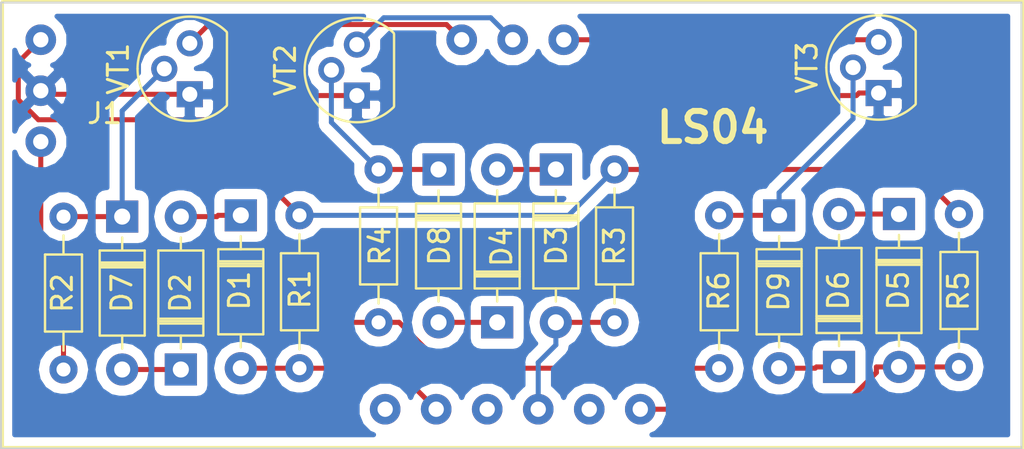
<source format=kicad_pcb>
(kicad_pcb (version 20171130) (host pcbnew "(5.0.0)")

  (general
    (thickness 1.6)
    (drawings 5)
    (tracks 65)
    (zones 0)
    (modules 19)
    (nets 22)
  )

  (page A4)
  (layers
    (0 F.Cu signal)
    (31 B.Cu signal)
    (32 B.Adhes user)
    (33 F.Adhes user)
    (34 B.Paste user)
    (35 F.Paste user)
    (36 B.SilkS user)
    (37 F.SilkS user)
    (38 B.Mask user)
    (39 F.Mask user)
    (40 Dwgs.User user)
    (41 Cmts.User user)
    (42 Eco1.User user)
    (43 Eco2.User user)
    (44 Edge.Cuts user)
    (45 Margin user)
    (46 B.CrtYd user)
    (47 F.CrtYd user)
    (48 B.Fab user)
    (49 F.Fab user)
  )

  (setup
    (last_trace_width 0.25)
    (trace_clearance 0.2)
    (zone_clearance 0.508)
    (zone_45_only no)
    (trace_min 0.2)
    (segment_width 0.2)
    (edge_width 0.1)
    (via_size 0.8)
    (via_drill 0.4)
    (via_min_size 0.4)
    (via_min_drill 0.3)
    (uvia_size 0.3)
    (uvia_drill 0.1)
    (uvias_allowed no)
    (uvia_min_size 0.2)
    (uvia_min_drill 0.1)
    (pcb_text_width 0.3)
    (pcb_text_size 1.5 1.5)
    (mod_edge_width 0.15)
    (mod_text_size 1 1)
    (mod_text_width 0.15)
    (pad_size 1.5 1.5)
    (pad_drill 0.6)
    (pad_to_mask_clearance 0)
    (aux_axis_origin 0 0)
    (visible_elements 7FFFFFFF)
    (pcbplotparams
      (layerselection 0x010fc_ffffffff)
      (usegerberextensions false)
      (usegerberattributes false)
      (usegerberadvancedattributes false)
      (creategerberjobfile false)
      (excludeedgelayer true)
      (linewidth 0.100000)
      (plotframeref false)
      (viasonmask false)
      (mode 1)
      (useauxorigin false)
      (hpglpennumber 1)
      (hpglpenspeed 20)
      (hpglpendiameter 15.000000)
      (psnegative false)
      (psa4output false)
      (plotreference true)
      (plotvalue true)
      (plotinvisibletext false)
      (padsonsilk false)
      (subtractmaskfromsilk false)
      (outputformat 1)
      (mirror false)
      (drillshape 0)
      (scaleselection 1)
      (outputdirectory "Gerber/"))
  )

  (net 0 "")
  (net 1 2)
  (net 2 "Net-(D1-Pad1)")
  (net 3 "Net-(D2-Pad1)")
  (net 4 4)
  (net 5 "Net-(D3-Pad1)")
  (net 6 "Net-(D4-Pad1)")
  (net 7 "Net-(D5-Pad1)")
  (net 8 6)
  (net 9 "Net-(D6-Pad1)")
  (net 10 "Net-(D7-Pad1)")
  (net 11 "Net-(D8-Pad1)")
  (net 12 "Net-(D9-Pad1)")
  (net 13 +6v)
  (net 14 0v)
  (net 15 -6v)
  (net 16 1)
  (net 17 3)
  (net 18 5)
  (net 19 11)
  (net 20 12)
  (net 21 13)

  (net_class Default "This is the default net class."
    (clearance 0.2)
    (trace_width 0.25)
    (via_dia 0.8)
    (via_drill 0.4)
    (uvia_dia 0.3)
    (uvia_drill 0.1)
    (add_net +6v)
    (add_net -6v)
    (add_net 0v)
    (add_net 1)
    (add_net 11)
    (add_net 12)
    (add_net 13)
    (add_net 2)
    (add_net 3)
    (add_net 4)
    (add_net 5)
    (add_net 6)
    (add_net "Net-(D1-Pad1)")
    (add_net "Net-(D2-Pad1)")
    (add_net "Net-(D3-Pad1)")
    (add_net "Net-(D4-Pad1)")
    (add_net "Net-(D5-Pad1)")
    (add_net "Net-(D6-Pad1)")
    (add_net "Net-(D7-Pad1)")
    (add_net "Net-(D8-Pad1)")
    (add_net "Net-(D9-Pad1)")
  )

  (module ELLIOTT:D_DO-35_SOD27_P7.62mm_Horizontal (layer F.Cu) (tedit 5B9AA396) (tstamp 5C3230EA)
    (at 143.129 24.8285 270)
    (descr "Diode, DO-35_SOD27 series, Axial, Horizontal, pin pitch=7.62mm, , length*diameter=4*2mm^2, , http://www.diodes.com/_files/packages/DO-35.pdf")
    (tags "Diode DO-35_SOD27 series Axial Horizontal pin pitch 7.62mm  length 4mm diameter 2mm")
    (path /5B96A028)
    (fp_text reference D1 (at 3.750999 0.073999 270) (layer F.SilkS)
      (effects (font (size 1 1) (thickness 0.15)))
    )
    (fp_text value 1N4148 (at 3.81 2.12 270) (layer F.Fab)
      (effects (font (size 1 1) (thickness 0.15)))
    )
    (fp_line (start 8.67 -1.25) (end -1.05 -1.25) (layer F.CrtYd) (width 0.05))
    (fp_line (start 8.67 1.25) (end 8.67 -1.25) (layer F.CrtYd) (width 0.05))
    (fp_line (start -1.05 1.25) (end 8.67 1.25) (layer F.CrtYd) (width 0.05))
    (fp_line (start -1.05 -1.25) (end -1.05 1.25) (layer F.CrtYd) (width 0.05))
    (fp_line (start 2.29 -1.12) (end 2.29 1.12) (layer F.SilkS) (width 0.12))
    (fp_line (start 2.53 -1.12) (end 2.53 1.12) (layer F.SilkS) (width 0.12))
    (fp_line (start 2.41 -1.12) (end 2.41 1.12) (layer F.SilkS) (width 0.12))
    (fp_line (start 6.58 0) (end 5.93 0) (layer F.SilkS) (width 0.12))
    (fp_line (start 1.04 0) (end 1.69 0) (layer F.SilkS) (width 0.12))
    (fp_line (start 5.93 -1.12) (end 1.69 -1.12) (layer F.SilkS) (width 0.12))
    (fp_line (start 5.93 1.12) (end 5.93 -1.12) (layer F.SilkS) (width 0.12))
    (fp_line (start 1.69 1.12) (end 5.93 1.12) (layer F.SilkS) (width 0.12))
    (fp_line (start 1.69 -1.12) (end 1.69 1.12) (layer F.SilkS) (width 0.12))
    (fp_line (start 2.31 -1) (end 2.31 1) (layer F.Fab) (width 0.1))
    (fp_line (start 2.51 -1) (end 2.51 1) (layer F.Fab) (width 0.1))
    (fp_line (start 2.41 -1) (end 2.41 1) (layer F.Fab) (width 0.1))
    (pad 2 thru_hole oval (at 7.62 0 270) (size 1.6 1.6) (drill 0.8) (layers *.Cu *.Mask)
      (net 1 2))
    (pad 1 thru_hole rect (at 0 0 270) (size 1.6 1.6) (drill 0.8) (layers *.Cu *.Mask)
      (net 2 "Net-(D1-Pad1)"))
    (model ${KISYS3DMOD}/Diode_THT.3dshapes/D_DO-35_SOD27_P7.62mm_Horizontal.wrl
      (at (xyz 0 0 0))
      (scale (xyz 1 1 1))
      (rotate (xyz 0 0 0))
    )
  )

  (module ELLIOTT:D_DO-35_SOD27_P7.62mm_Horizontal (layer F.Cu) (tedit 5B9AA396) (tstamp 5C3238FE)
    (at 140.144 32.512 90)
    (descr "Diode, DO-35_SOD27 series, Axial, Horizontal, pin pitch=7.62mm, , length*diameter=4*2mm^2, , http://www.diodes.com/_files/packages/DO-35.pdf")
    (tags "Diode DO-35_SOD27 series Axial Horizontal pin pitch 7.62mm  length 4mm diameter 2mm")
    (path /5B96A061)
    (fp_text reference D2 (at 3.81 -0.023001 90) (layer F.SilkS)
      (effects (font (size 1 1) (thickness 0.15)))
    )
    (fp_text value 1N4148 (at 3.81 2.12 90) (layer F.Fab)
      (effects (font (size 1 1) (thickness 0.15)))
    )
    (fp_line (start 2.41 -1) (end 2.41 1) (layer F.Fab) (width 0.1))
    (fp_line (start 2.51 -1) (end 2.51 1) (layer F.Fab) (width 0.1))
    (fp_line (start 2.31 -1) (end 2.31 1) (layer F.Fab) (width 0.1))
    (fp_line (start 1.69 -1.12) (end 1.69 1.12) (layer F.SilkS) (width 0.12))
    (fp_line (start 1.69 1.12) (end 5.93 1.12) (layer F.SilkS) (width 0.12))
    (fp_line (start 5.93 1.12) (end 5.93 -1.12) (layer F.SilkS) (width 0.12))
    (fp_line (start 5.93 -1.12) (end 1.69 -1.12) (layer F.SilkS) (width 0.12))
    (fp_line (start 1.04 0) (end 1.69 0) (layer F.SilkS) (width 0.12))
    (fp_line (start 6.58 0) (end 5.93 0) (layer F.SilkS) (width 0.12))
    (fp_line (start 2.41 -1.12) (end 2.41 1.12) (layer F.SilkS) (width 0.12))
    (fp_line (start 2.53 -1.12) (end 2.53 1.12) (layer F.SilkS) (width 0.12))
    (fp_line (start 2.29 -1.12) (end 2.29 1.12) (layer F.SilkS) (width 0.12))
    (fp_line (start -1.05 -1.25) (end -1.05 1.25) (layer F.CrtYd) (width 0.05))
    (fp_line (start -1.05 1.25) (end 8.67 1.25) (layer F.CrtYd) (width 0.05))
    (fp_line (start 8.67 1.25) (end 8.67 -1.25) (layer F.CrtYd) (width 0.05))
    (fp_line (start 8.67 -1.25) (end -1.05 -1.25) (layer F.CrtYd) (width 0.05))
    (pad 1 thru_hole rect (at 0 0 90) (size 1.6 1.6) (drill 0.8) (layers *.Cu *.Mask)
      (net 3 "Net-(D2-Pad1)"))
    (pad 2 thru_hole oval (at 7.62 0 90) (size 1.6 1.6) (drill 0.8) (layers *.Cu *.Mask)
      (net 2 "Net-(D1-Pad1)"))
    (model ${KISYS3DMOD}/Diode_THT.3dshapes/D_DO-35_SOD27_P7.62mm_Horizontal.wrl
      (at (xyz 0 0 0))
      (scale (xyz 1 1 1))
      (rotate (xyz 0 0 0))
    )
  )

  (module ELLIOTT:D_DO-35_SOD27_P7.62mm_Horizontal (layer F.Cu) (tedit 5B9AA396) (tstamp 5C323116)
    (at 158.814 22.5425 270)
    (descr "Diode, DO-35_SOD27 series, Axial, Horizontal, pin pitch=7.62mm, , length*diameter=4*2mm^2, , http://www.diodes.com/_files/packages/DO-35.pdf")
    (tags "Diode DO-35_SOD27 series Axial Horizontal pin pitch 7.62mm  length 4mm diameter 2mm")
    (path /5B96AD4B)
    (fp_text reference D3 (at 3.81 -0.023001 270) (layer F.SilkS)
      (effects (font (size 1 1) (thickness 0.15)))
    )
    (fp_text value 1N4148 (at 3.81 2.12 270) (layer F.Fab)
      (effects (font (size 1 1) (thickness 0.15)))
    )
    (fp_line (start 8.67 -1.25) (end -1.05 -1.25) (layer F.CrtYd) (width 0.05))
    (fp_line (start 8.67 1.25) (end 8.67 -1.25) (layer F.CrtYd) (width 0.05))
    (fp_line (start -1.05 1.25) (end 8.67 1.25) (layer F.CrtYd) (width 0.05))
    (fp_line (start -1.05 -1.25) (end -1.05 1.25) (layer F.CrtYd) (width 0.05))
    (fp_line (start 2.29 -1.12) (end 2.29 1.12) (layer F.SilkS) (width 0.12))
    (fp_line (start 2.53 -1.12) (end 2.53 1.12) (layer F.SilkS) (width 0.12))
    (fp_line (start 2.41 -1.12) (end 2.41 1.12) (layer F.SilkS) (width 0.12))
    (fp_line (start 6.58 0) (end 5.93 0) (layer F.SilkS) (width 0.12))
    (fp_line (start 1.04 0) (end 1.69 0) (layer F.SilkS) (width 0.12))
    (fp_line (start 5.93 -1.12) (end 1.69 -1.12) (layer F.SilkS) (width 0.12))
    (fp_line (start 5.93 1.12) (end 5.93 -1.12) (layer F.SilkS) (width 0.12))
    (fp_line (start 1.69 1.12) (end 5.93 1.12) (layer F.SilkS) (width 0.12))
    (fp_line (start 1.69 -1.12) (end 1.69 1.12) (layer F.SilkS) (width 0.12))
    (fp_line (start 2.31 -1) (end 2.31 1) (layer F.Fab) (width 0.1))
    (fp_line (start 2.51 -1) (end 2.51 1) (layer F.Fab) (width 0.1))
    (fp_line (start 2.41 -1) (end 2.41 1) (layer F.Fab) (width 0.1))
    (pad 2 thru_hole oval (at 7.62 0 270) (size 1.6 1.6) (drill 0.8) (layers *.Cu *.Mask)
      (net 4 4))
    (pad 1 thru_hole rect (at 0 0 270) (size 1.6 1.6) (drill 0.8) (layers *.Cu *.Mask)
      (net 5 "Net-(D3-Pad1)"))
    (model ${KISYS3DMOD}/Diode_THT.3dshapes/D_DO-35_SOD27_P7.62mm_Horizontal.wrl
      (at (xyz 0 0 0))
      (scale (xyz 1 1 1))
      (rotate (xyz 0 0 0))
    )
  )

  (module ELLIOTT:D_DO-35_SOD27_P7.62mm_Horizontal (layer F.Cu) (tedit 5B9AA396) (tstamp 5C32312C)
    (at 155.892 30.1625 90)
    (descr "Diode, DO-35_SOD27 series, Axial, Horizontal, pin pitch=7.62mm, , length*diameter=4*2mm^2, , http://www.diodes.com/_files/packages/DO-35.pdf")
    (tags "Diode DO-35_SOD27 series Axial Horizontal pin pitch 7.62mm  length 4mm diameter 2mm")
    (path /5B96AD51)
    (fp_text reference D4 (at 3.750999 0.220999 90) (layer F.SilkS)
      (effects (font (size 1 1) (thickness 0.15)))
    )
    (fp_text value 1N4148 (at 3.81 2.12 90) (layer F.Fab)
      (effects (font (size 1 1) (thickness 0.15)))
    )
    (fp_line (start 8.67 -1.25) (end -1.05 -1.25) (layer F.CrtYd) (width 0.05))
    (fp_line (start 8.67 1.25) (end 8.67 -1.25) (layer F.CrtYd) (width 0.05))
    (fp_line (start -1.05 1.25) (end 8.67 1.25) (layer F.CrtYd) (width 0.05))
    (fp_line (start -1.05 -1.25) (end -1.05 1.25) (layer F.CrtYd) (width 0.05))
    (fp_line (start 2.29 -1.12) (end 2.29 1.12) (layer F.SilkS) (width 0.12))
    (fp_line (start 2.53 -1.12) (end 2.53 1.12) (layer F.SilkS) (width 0.12))
    (fp_line (start 2.41 -1.12) (end 2.41 1.12) (layer F.SilkS) (width 0.12))
    (fp_line (start 6.58 0) (end 5.93 0) (layer F.SilkS) (width 0.12))
    (fp_line (start 1.04 0) (end 1.69 0) (layer F.SilkS) (width 0.12))
    (fp_line (start 5.93 -1.12) (end 1.69 -1.12) (layer F.SilkS) (width 0.12))
    (fp_line (start 5.93 1.12) (end 5.93 -1.12) (layer F.SilkS) (width 0.12))
    (fp_line (start 1.69 1.12) (end 5.93 1.12) (layer F.SilkS) (width 0.12))
    (fp_line (start 1.69 -1.12) (end 1.69 1.12) (layer F.SilkS) (width 0.12))
    (fp_line (start 2.31 -1) (end 2.31 1) (layer F.Fab) (width 0.1))
    (fp_line (start 2.51 -1) (end 2.51 1) (layer F.Fab) (width 0.1))
    (fp_line (start 2.41 -1) (end 2.41 1) (layer F.Fab) (width 0.1))
    (pad 2 thru_hole oval (at 7.62 0 90) (size 1.6 1.6) (drill 0.8) (layers *.Cu *.Mask)
      (net 5 "Net-(D3-Pad1)"))
    (pad 1 thru_hole rect (at 0 0 90) (size 1.6 1.6) (drill 0.8) (layers *.Cu *.Mask)
      (net 6 "Net-(D4-Pad1)"))
    (model ${KISYS3DMOD}/Diode_THT.3dshapes/D_DO-35_SOD27_P7.62mm_Horizontal.wrl
      (at (xyz 0 0 0))
      (scale (xyz 1 1 1))
      (rotate (xyz 0 0 0))
    )
  )

  (module ELLIOTT:D_DO-35_SOD27_P7.62mm_Horizontal (layer F.Cu) (tedit 5B9AA396) (tstamp 5C323142)
    (at 175.895 24.765 270)
    (descr "Diode, DO-35_SOD27 series, Axial, Horizontal, pin pitch=7.62mm, , length*diameter=4*2mm^2, , http://www.diodes.com/_files/packages/DO-35.pdf")
    (tags "Diode DO-35_SOD27 series Axial Horizontal pin pitch 7.62mm  length 4mm diameter 2mm")
    (path /5B96B3C3)
    (fp_text reference D5 (at 3.81 0.030499 270) (layer F.SilkS)
      (effects (font (size 1 1) (thickness 0.15)))
    )
    (fp_text value 1N4148 (at 3.81 2.12 270) (layer F.Fab)
      (effects (font (size 1 1) (thickness 0.15)))
    )
    (fp_line (start 2.41 -1) (end 2.41 1) (layer F.Fab) (width 0.1))
    (fp_line (start 2.51 -1) (end 2.51 1) (layer F.Fab) (width 0.1))
    (fp_line (start 2.31 -1) (end 2.31 1) (layer F.Fab) (width 0.1))
    (fp_line (start 1.69 -1.12) (end 1.69 1.12) (layer F.SilkS) (width 0.12))
    (fp_line (start 1.69 1.12) (end 5.93 1.12) (layer F.SilkS) (width 0.12))
    (fp_line (start 5.93 1.12) (end 5.93 -1.12) (layer F.SilkS) (width 0.12))
    (fp_line (start 5.93 -1.12) (end 1.69 -1.12) (layer F.SilkS) (width 0.12))
    (fp_line (start 1.04 0) (end 1.69 0) (layer F.SilkS) (width 0.12))
    (fp_line (start 6.58 0) (end 5.93 0) (layer F.SilkS) (width 0.12))
    (fp_line (start 2.41 -1.12) (end 2.41 1.12) (layer F.SilkS) (width 0.12))
    (fp_line (start 2.53 -1.12) (end 2.53 1.12) (layer F.SilkS) (width 0.12))
    (fp_line (start 2.29 -1.12) (end 2.29 1.12) (layer F.SilkS) (width 0.12))
    (fp_line (start -1.05 -1.25) (end -1.05 1.25) (layer F.CrtYd) (width 0.05))
    (fp_line (start -1.05 1.25) (end 8.67 1.25) (layer F.CrtYd) (width 0.05))
    (fp_line (start 8.67 1.25) (end 8.67 -1.25) (layer F.CrtYd) (width 0.05))
    (fp_line (start 8.67 -1.25) (end -1.05 -1.25) (layer F.CrtYd) (width 0.05))
    (pad 1 thru_hole rect (at 0 0 270) (size 1.6 1.6) (drill 0.8) (layers *.Cu *.Mask)
      (net 7 "Net-(D5-Pad1)"))
    (pad 2 thru_hole oval (at 7.62 0 270) (size 1.6 1.6) (drill 0.8) (layers *.Cu *.Mask)
      (net 8 6))
    (model ${KISYS3DMOD}/Diode_THT.3dshapes/D_DO-35_SOD27_P7.62mm_Horizontal.wrl
      (at (xyz 0 0 0))
      (scale (xyz 1 1 1))
      (rotate (xyz 0 0 0))
    )
  )

  (module ELLIOTT:D_DO-35_SOD27_P7.62mm_Horizontal (layer F.Cu) (tedit 5B9AA396) (tstamp 5C323158)
    (at 172.91 32.385 90)
    (descr "Diode, DO-35_SOD27 series, Axial, Horizontal, pin pitch=7.62mm, , length*diameter=4*2mm^2, , http://www.diodes.com/_files/packages/DO-35.pdf")
    (tags "Diode DO-35_SOD27 series Axial Horizontal pin pitch 7.62mm  length 4mm diameter 2mm")
    (path /5B96B3C9)
    (fp_text reference D6 (at 3.81 -0.033001 90) (layer F.SilkS)
      (effects (font (size 1 1) (thickness 0.15)))
    )
    (fp_text value 1N4148 (at 3.81 2.12 90) (layer F.Fab)
      (effects (font (size 1 1) (thickness 0.15)))
    )
    (fp_line (start 8.67 -1.25) (end -1.05 -1.25) (layer F.CrtYd) (width 0.05))
    (fp_line (start 8.67 1.25) (end 8.67 -1.25) (layer F.CrtYd) (width 0.05))
    (fp_line (start -1.05 1.25) (end 8.67 1.25) (layer F.CrtYd) (width 0.05))
    (fp_line (start -1.05 -1.25) (end -1.05 1.25) (layer F.CrtYd) (width 0.05))
    (fp_line (start 2.29 -1.12) (end 2.29 1.12) (layer F.SilkS) (width 0.12))
    (fp_line (start 2.53 -1.12) (end 2.53 1.12) (layer F.SilkS) (width 0.12))
    (fp_line (start 2.41 -1.12) (end 2.41 1.12) (layer F.SilkS) (width 0.12))
    (fp_line (start 6.58 0) (end 5.93 0) (layer F.SilkS) (width 0.12))
    (fp_line (start 1.04 0) (end 1.69 0) (layer F.SilkS) (width 0.12))
    (fp_line (start 5.93 -1.12) (end 1.69 -1.12) (layer F.SilkS) (width 0.12))
    (fp_line (start 5.93 1.12) (end 5.93 -1.12) (layer F.SilkS) (width 0.12))
    (fp_line (start 1.69 1.12) (end 5.93 1.12) (layer F.SilkS) (width 0.12))
    (fp_line (start 1.69 -1.12) (end 1.69 1.12) (layer F.SilkS) (width 0.12))
    (fp_line (start 2.31 -1) (end 2.31 1) (layer F.Fab) (width 0.1))
    (fp_line (start 2.51 -1) (end 2.51 1) (layer F.Fab) (width 0.1))
    (fp_line (start 2.41 -1) (end 2.41 1) (layer F.Fab) (width 0.1))
    (pad 2 thru_hole oval (at 7.62 0 90) (size 1.6 1.6) (drill 0.8) (layers *.Cu *.Mask)
      (net 7 "Net-(D5-Pad1)"))
    (pad 1 thru_hole rect (at 0 0 90) (size 1.6 1.6) (drill 0.8) (layers *.Cu *.Mask)
      (net 9 "Net-(D6-Pad1)"))
    (model ${KISYS3DMOD}/Diode_THT.3dshapes/D_DO-35_SOD27_P7.62mm_Horizontal.wrl
      (at (xyz 0 0 0))
      (scale (xyz 1 1 1))
      (rotate (xyz 0 0 0))
    )
  )

  (module ELLIOTT:D_DO-35_SOD27_P7.62mm_Horizontal (layer F.Cu) (tedit 5B9AA396) (tstamp 5C32316E)
    (at 137.224 24.892 270)
    (descr "Diode, DO-35_SOD27 series, Axial, Horizontal, pin pitch=7.62mm, , length*diameter=4*2mm^2, , http://www.diodes.com/_files/packages/DO-35.pdf")
    (tags "Diode DO-35_SOD27 series Axial Horizontal pin pitch 7.62mm  length 4mm diameter 2mm")
    (path /5B96A1C7)
    (fp_text reference D7 (at 3.81 0.020499 270) (layer F.SilkS)
      (effects (font (size 1 1) (thickness 0.15)))
    )
    (fp_text value 1N4148 (at 3.81 2.12 270) (layer F.Fab)
      (effects (font (size 1 1) (thickness 0.15)))
    )
    (fp_line (start 8.67 -1.25) (end -1.05 -1.25) (layer F.CrtYd) (width 0.05))
    (fp_line (start 8.67 1.25) (end 8.67 -1.25) (layer F.CrtYd) (width 0.05))
    (fp_line (start -1.05 1.25) (end 8.67 1.25) (layer F.CrtYd) (width 0.05))
    (fp_line (start -1.05 -1.25) (end -1.05 1.25) (layer F.CrtYd) (width 0.05))
    (fp_line (start 2.29 -1.12) (end 2.29 1.12) (layer F.SilkS) (width 0.12))
    (fp_line (start 2.53 -1.12) (end 2.53 1.12) (layer F.SilkS) (width 0.12))
    (fp_line (start 2.41 -1.12) (end 2.41 1.12) (layer F.SilkS) (width 0.12))
    (fp_line (start 6.58 0) (end 5.93 0) (layer F.SilkS) (width 0.12))
    (fp_line (start 1.04 0) (end 1.69 0) (layer F.SilkS) (width 0.12))
    (fp_line (start 5.93 -1.12) (end 1.69 -1.12) (layer F.SilkS) (width 0.12))
    (fp_line (start 5.93 1.12) (end 5.93 -1.12) (layer F.SilkS) (width 0.12))
    (fp_line (start 1.69 1.12) (end 5.93 1.12) (layer F.SilkS) (width 0.12))
    (fp_line (start 1.69 -1.12) (end 1.69 1.12) (layer F.SilkS) (width 0.12))
    (fp_line (start 2.31 -1) (end 2.31 1) (layer F.Fab) (width 0.1))
    (fp_line (start 2.51 -1) (end 2.51 1) (layer F.Fab) (width 0.1))
    (fp_line (start 2.41 -1) (end 2.41 1) (layer F.Fab) (width 0.1))
    (pad 2 thru_hole oval (at 7.62 0 270) (size 1.6 1.6) (drill 0.8) (layers *.Cu *.Mask)
      (net 3 "Net-(D2-Pad1)"))
    (pad 1 thru_hole rect (at 0 0 270) (size 1.6 1.6) (drill 0.8) (layers *.Cu *.Mask)
      (net 10 "Net-(D7-Pad1)"))
    (model ${KISYS3DMOD}/Diode_THT.3dshapes/D_DO-35_SOD27_P7.62mm_Horizontal.wrl
      (at (xyz 0 0 0))
      (scale (xyz 1 1 1))
      (rotate (xyz 0 0 0))
    )
  )

  (module ELLIOTT:D_DO-35_SOD27_P7.62mm_Horizontal (layer F.Cu) (tedit 5B9AA396) (tstamp 5C323184)
    (at 152.972 22.5425 270)
    (descr "Diode, DO-35_SOD27 series, Axial, Horizontal, pin pitch=7.62mm, , length*diameter=4*2mm^2, , http://www.diodes.com/_files/packages/DO-35.pdf")
    (tags "Diode DO-35_SOD27 series Axial Horizontal pin pitch 7.62mm  length 4mm diameter 2mm")
    (path /5B96A1FD)
    (fp_text reference D8 (at 3.81 -0.043001 270) (layer F.SilkS)
      (effects (font (size 1 1) (thickness 0.15)))
    )
    (fp_text value 1N4148 (at 3.81 2.12 270) (layer F.Fab)
      (effects (font (size 1 1) (thickness 0.15)))
    )
    (fp_line (start 2.41 -1) (end 2.41 1) (layer F.Fab) (width 0.1))
    (fp_line (start 2.51 -1) (end 2.51 1) (layer F.Fab) (width 0.1))
    (fp_line (start 2.31 -1) (end 2.31 1) (layer F.Fab) (width 0.1))
    (fp_line (start 1.69 -1.12) (end 1.69 1.12) (layer F.SilkS) (width 0.12))
    (fp_line (start 1.69 1.12) (end 5.93 1.12) (layer F.SilkS) (width 0.12))
    (fp_line (start 5.93 1.12) (end 5.93 -1.12) (layer F.SilkS) (width 0.12))
    (fp_line (start 5.93 -1.12) (end 1.69 -1.12) (layer F.SilkS) (width 0.12))
    (fp_line (start 1.04 0) (end 1.69 0) (layer F.SilkS) (width 0.12))
    (fp_line (start 6.58 0) (end 5.93 0) (layer F.SilkS) (width 0.12))
    (fp_line (start 2.41 -1.12) (end 2.41 1.12) (layer F.SilkS) (width 0.12))
    (fp_line (start 2.53 -1.12) (end 2.53 1.12) (layer F.SilkS) (width 0.12))
    (fp_line (start 2.29 -1.12) (end 2.29 1.12) (layer F.SilkS) (width 0.12))
    (fp_line (start -1.05 -1.25) (end -1.05 1.25) (layer F.CrtYd) (width 0.05))
    (fp_line (start -1.05 1.25) (end 8.67 1.25) (layer F.CrtYd) (width 0.05))
    (fp_line (start 8.67 1.25) (end 8.67 -1.25) (layer F.CrtYd) (width 0.05))
    (fp_line (start 8.67 -1.25) (end -1.05 -1.25) (layer F.CrtYd) (width 0.05))
    (pad 1 thru_hole rect (at 0 0 270) (size 1.6 1.6) (drill 0.8) (layers *.Cu *.Mask)
      (net 11 "Net-(D8-Pad1)"))
    (pad 2 thru_hole oval (at 7.62 0 270) (size 1.6 1.6) (drill 0.8) (layers *.Cu *.Mask)
      (net 6 "Net-(D4-Pad1)"))
    (model ${KISYS3DMOD}/Diode_THT.3dshapes/D_DO-35_SOD27_P7.62mm_Horizontal.wrl
      (at (xyz 0 0 0))
      (scale (xyz 1 1 1))
      (rotate (xyz 0 0 0))
    )
  )

  (module ELLIOTT:D_DO-35_SOD27_P7.62mm_Horizontal (layer F.Cu) (tedit 5B9AA396) (tstamp 5C32319A)
    (at 169.926 24.8285 270)
    (descr "Diode, DO-35_SOD27 series, Axial, Horizontal, pin pitch=7.62mm, , length*diameter=4*2mm^2, , http://www.diodes.com/_files/packages/DO-35.pdf")
    (tags "Diode DO-35_SOD27 series Axial Horizontal pin pitch 7.62mm  length 4mm diameter 2mm")
    (path /5B96AD63)
    (fp_text reference D9 (at 3.81 0.020499 270) (layer F.SilkS)
      (effects (font (size 1 1) (thickness 0.15)))
    )
    (fp_text value 1N4148 (at 3.81 2.12 270) (layer F.Fab)
      (effects (font (size 1 1) (thickness 0.15)))
    )
    (fp_line (start 2.41 -1) (end 2.41 1) (layer F.Fab) (width 0.1))
    (fp_line (start 2.51 -1) (end 2.51 1) (layer F.Fab) (width 0.1))
    (fp_line (start 2.31 -1) (end 2.31 1) (layer F.Fab) (width 0.1))
    (fp_line (start 1.69 -1.12) (end 1.69 1.12) (layer F.SilkS) (width 0.12))
    (fp_line (start 1.69 1.12) (end 5.93 1.12) (layer F.SilkS) (width 0.12))
    (fp_line (start 5.93 1.12) (end 5.93 -1.12) (layer F.SilkS) (width 0.12))
    (fp_line (start 5.93 -1.12) (end 1.69 -1.12) (layer F.SilkS) (width 0.12))
    (fp_line (start 1.04 0) (end 1.69 0) (layer F.SilkS) (width 0.12))
    (fp_line (start 6.58 0) (end 5.93 0) (layer F.SilkS) (width 0.12))
    (fp_line (start 2.41 -1.12) (end 2.41 1.12) (layer F.SilkS) (width 0.12))
    (fp_line (start 2.53 -1.12) (end 2.53 1.12) (layer F.SilkS) (width 0.12))
    (fp_line (start 2.29 -1.12) (end 2.29 1.12) (layer F.SilkS) (width 0.12))
    (fp_line (start -1.05 -1.25) (end -1.05 1.25) (layer F.CrtYd) (width 0.05))
    (fp_line (start -1.05 1.25) (end 8.67 1.25) (layer F.CrtYd) (width 0.05))
    (fp_line (start 8.67 1.25) (end 8.67 -1.25) (layer F.CrtYd) (width 0.05))
    (fp_line (start 8.67 -1.25) (end -1.05 -1.25) (layer F.CrtYd) (width 0.05))
    (pad 1 thru_hole rect (at 0 0 270) (size 1.6 1.6) (drill 0.8) (layers *.Cu *.Mask)
      (net 12 "Net-(D9-Pad1)"))
    (pad 2 thru_hole oval (at 7.62 0 270) (size 1.6 1.6) (drill 0.8) (layers *.Cu *.Mask)
      (net 9 "Net-(D6-Pad1)"))
    (model ${KISYS3DMOD}/Diode_THT.3dshapes/D_DO-35_SOD27_P7.62mm_Horizontal.wrl
      (at (xyz 0 0 0))
      (scale (xyz 1 1 1))
      (rotate (xyz 0 0 0))
    )
  )

  (module ELLIOTT:LSA (layer F.Cu) (tedit 5C2F96A4) (tstamp 5C323F17)
    (at 136.346 19.252)
    (path /5C320323)
    (fp_text reference J1 (at 0 0.5) (layer F.SilkS)
      (effects (font (size 1 1) (thickness 0.15)))
    )
    (fp_text value LSAConnect (at 0 -0.5) (layer F.Fab)
      (effects (font (size 1 1) (thickness 0.15)))
    )
    (fp_line (start -5.08 -5.08) (end 45.72 -5.08) (layer F.SilkS) (width 0.15))
    (fp_line (start 45.72 -5.08) (end 45.72 17.145) (layer F.SilkS) (width 0.15))
    (fp_line (start 45.72 17.145) (end -5.08 17.145) (layer F.SilkS) (width 0.15))
    (fp_line (start -5.08 17.145) (end -5.08 -5.08) (layer F.SilkS) (width 0.15))
    (pad 21 thru_hole circle (at -3.175 -3.175) (size 1.524 1.524) (drill 0.762) (layers *.Cu *.Mask)
      (net 13 +6v))
    (pad 22 thru_hole circle (at -3.175 -0.635) (size 1.524 1.524) (drill 0.762) (layers *.Cu *.Mask)
      (net 14 0v))
    (pad 23 thru_hole circle (at -3.175 1.905) (size 1.524 1.524) (drill 0.762) (layers *.Cu *.Mask)
      (net 15 -6v))
    (pad 1 thru_hole circle (at 13.97 15.24) (size 1.524 1.524) (drill 0.762) (layers *.Cu *.Mask)
      (net 16 1))
    (pad 2 thru_hole circle (at 16.51 15.24) (size 1.524 1.524) (drill 0.762) (layers *.Cu *.Mask)
      (net 1 2))
    (pad 3 thru_hole circle (at 19.05 15.24) (size 1.524 1.524) (drill 0.762) (layers *.Cu *.Mask)
      (net 17 3))
    (pad 4 thru_hole circle (at 21.59 15.24) (size 1.524 1.524) (drill 0.762) (layers *.Cu *.Mask)
      (net 4 4))
    (pad 5 thru_hole circle (at 24.13 15.24) (size 1.524 1.524) (drill 0.762) (layers *.Cu *.Mask)
      (net 18 5))
    (pad 6 thru_hole circle (at 26.67 15.24) (size 1.524 1.524) (drill 0.762) (layers *.Cu *.Mask)
      (net 8 6))
    (pad 11 thru_hole circle (at 17.78 -3.175) (size 1.524 1.524) (drill 0.762) (layers *.Cu *.Mask)
      (net 19 11))
    (pad 12 thru_hole circle (at 20.32 -3.175) (size 1.524 1.524) (drill 0.762) (layers *.Cu *.Mask)
      (net 20 12))
    (pad 13 thru_hole circle (at 22.86 -3.175) (size 1.524 1.524) (drill 0.762) (layers *.Cu *.Mask)
      (net 21 13))
  )

  (module ELLIOTT:R_Axial_DIN0204_L3.6mm_D1.6mm_P7.62mm_Horizontal (layer F.Cu) (tedit 5B9AA3EA) (tstamp 5C3231BE)
    (at 146.05 24.8285 270)
    (descr "Resistor, Axial_DIN0204 series, Axial, Horizontal, pin pitch=7.62mm, 0.167W, length*diameter=3.6*1.6mm^2, http://cdn-reichelt.de/documents/datenblatt/B400/1_4W%23YAG.pdf")
    (tags "Resistor Axial_DIN0204 series Axial Horizontal pin pitch 7.62mm 0.167W length 3.6mm diameter 1.6mm")
    (path /5B96A14D)
    (fp_text reference R1 (at 3.687499 -0.023001 270) (layer F.SilkS)
      (effects (font (size 1 1) (thickness 0.15)))
    )
    (fp_text value 3k9 (at 3.81 1.92 270) (layer F.Fab)
      (effects (font (size 1 1) (thickness 0.15)))
    )
    (fp_line (start 8.67 -1.25) (end -1.05 -1.25) (layer F.CrtYd) (width 0.05))
    (fp_line (start 8.67 1.25) (end 8.67 -1.25) (layer F.CrtYd) (width 0.05))
    (fp_line (start -1.05 1.25) (end 8.67 1.25) (layer F.CrtYd) (width 0.05))
    (fp_line (start -1.05 -1.25) (end -1.05 1.25) (layer F.CrtYd) (width 0.05))
    (fp_line (start 6.68 0) (end 5.73 0) (layer F.SilkS) (width 0.12))
    (fp_line (start 0.94 0) (end 1.89 0) (layer F.SilkS) (width 0.12))
    (fp_line (start 5.73 -0.92) (end 1.89 -0.92) (layer F.SilkS) (width 0.12))
    (fp_line (start 5.73 0.92) (end 5.73 -0.92) (layer F.SilkS) (width 0.12))
    (fp_line (start 1.89 0.92) (end 5.73 0.92) (layer F.SilkS) (width 0.12))
    (fp_line (start 1.89 -0.92) (end 1.89 0.92) (layer F.SilkS) (width 0.12))
    (pad 2 thru_hole oval (at 7.62 0 270) (size 1.4 1.4) (drill 0.7) (layers *.Cu *.Mask)
      (net 1 2))
    (pad 1 thru_hole circle (at 0 0 270) (size 1.4 1.4) (drill 0.7) (layers *.Cu *.Mask)
      (net 13 +6v))
    (model ${KISYS3DMOD}/Resistor_THT.3dshapes/R_Axial_DIN0204_L3.6mm_D1.6mm_P7.62mm_Horizontal.wrl
      (at (xyz 0 0 0))
      (scale (xyz 1 1 1))
      (rotate (xyz 0 0 0))
    )
  )

  (module ELLIOTT:R_Axial_DIN0204_L3.6mm_D1.6mm_P7.62mm_Horizontal (layer F.Cu) (tedit 5B9AA3EA) (tstamp 5C3231CE)
    (at 134.302 24.892 270)
    (descr "Resistor, Axial_DIN0204 series, Axial, Horizontal, pin pitch=7.62mm, 0.167W, length*diameter=3.6*1.6mm^2, http://cdn-reichelt.de/documents/datenblatt/B400/1_4W%23YAG.pdf")
    (tags "Resistor Axial_DIN0204 series Axial Horizontal pin pitch 7.62mm 0.167W length 3.6mm diameter 1.6mm")
    (path /5B96A17E)
    (fp_text reference R2 (at 3.81 0.0635 270) (layer F.SilkS)
      (effects (font (size 1 1) (thickness 0.15)))
    )
    (fp_text value 22k (at 3.81 1.92 270) (layer F.Fab)
      (effects (font (size 1 1) (thickness 0.15)))
    )
    (fp_line (start 1.89 -0.92) (end 1.89 0.92) (layer F.SilkS) (width 0.12))
    (fp_line (start 1.89 0.92) (end 5.73 0.92) (layer F.SilkS) (width 0.12))
    (fp_line (start 5.73 0.92) (end 5.73 -0.92) (layer F.SilkS) (width 0.12))
    (fp_line (start 5.73 -0.92) (end 1.89 -0.92) (layer F.SilkS) (width 0.12))
    (fp_line (start 0.94 0) (end 1.89 0) (layer F.SilkS) (width 0.12))
    (fp_line (start 6.68 0) (end 5.73 0) (layer F.SilkS) (width 0.12))
    (fp_line (start -1.05 -1.25) (end -1.05 1.25) (layer F.CrtYd) (width 0.05))
    (fp_line (start -1.05 1.25) (end 8.67 1.25) (layer F.CrtYd) (width 0.05))
    (fp_line (start 8.67 1.25) (end 8.67 -1.25) (layer F.CrtYd) (width 0.05))
    (fp_line (start 8.67 -1.25) (end -1.05 -1.25) (layer F.CrtYd) (width 0.05))
    (pad 1 thru_hole circle (at 0 0 270) (size 1.4 1.4) (drill 0.7) (layers *.Cu *.Mask)
      (net 10 "Net-(D7-Pad1)"))
    (pad 2 thru_hole oval (at 7.62 0 270) (size 1.4 1.4) (drill 0.7) (layers *.Cu *.Mask)
      (net 15 -6v))
    (model ${KISYS3DMOD}/Resistor_THT.3dshapes/R_Axial_DIN0204_L3.6mm_D1.6mm_P7.62mm_Horizontal.wrl
      (at (xyz 0 0 0))
      (scale (xyz 1 1 1))
      (rotate (xyz 0 0 0))
    )
  )

  (module ELLIOTT:R_Axial_DIN0204_L3.6mm_D1.6mm_P7.62mm_Horizontal (layer F.Cu) (tedit 5B9AA3EA) (tstamp 5C3231DE)
    (at 161.734 22.5425 270)
    (descr "Resistor, Axial_DIN0204 series, Axial, Horizontal, pin pitch=7.62mm, 0.167W, length*diameter=3.6*1.6mm^2, http://cdn-reichelt.de/documents/datenblatt/B400/1_4W%23YAG.pdf")
    (tags "Resistor Axial_DIN0204 series Axial Horizontal pin pitch 7.62mm 0.167W length 3.6mm diameter 1.6mm")
    (path /5B96AD57)
    (fp_text reference R3 (at 3.81 0.010499 270) (layer F.SilkS)
      (effects (font (size 1 1) (thickness 0.15)))
    )
    (fp_text value 3k9 (at 3.81 1.92 270) (layer F.Fab)
      (effects (font (size 1 1) (thickness 0.15)))
    )
    (fp_line (start 1.89 -0.92) (end 1.89 0.92) (layer F.SilkS) (width 0.12))
    (fp_line (start 1.89 0.92) (end 5.73 0.92) (layer F.SilkS) (width 0.12))
    (fp_line (start 5.73 0.92) (end 5.73 -0.92) (layer F.SilkS) (width 0.12))
    (fp_line (start 5.73 -0.92) (end 1.89 -0.92) (layer F.SilkS) (width 0.12))
    (fp_line (start 0.94 0) (end 1.89 0) (layer F.SilkS) (width 0.12))
    (fp_line (start 6.68 0) (end 5.73 0) (layer F.SilkS) (width 0.12))
    (fp_line (start -1.05 -1.25) (end -1.05 1.25) (layer F.CrtYd) (width 0.05))
    (fp_line (start -1.05 1.25) (end 8.67 1.25) (layer F.CrtYd) (width 0.05))
    (fp_line (start 8.67 1.25) (end 8.67 -1.25) (layer F.CrtYd) (width 0.05))
    (fp_line (start 8.67 -1.25) (end -1.05 -1.25) (layer F.CrtYd) (width 0.05))
    (pad 1 thru_hole circle (at 0 0 270) (size 1.4 1.4) (drill 0.7) (layers *.Cu *.Mask)
      (net 13 +6v))
    (pad 2 thru_hole oval (at 7.62 0 270) (size 1.4 1.4) (drill 0.7) (layers *.Cu *.Mask)
      (net 4 4))
    (model ${KISYS3DMOD}/Resistor_THT.3dshapes/R_Axial_DIN0204_L3.6mm_D1.6mm_P7.62mm_Horizontal.wrl
      (at (xyz 0 0 0))
      (scale (xyz 1 1 1))
      (rotate (xyz 0 0 0))
    )
  )

  (module ELLIOTT:R_Axial_DIN0204_L3.6mm_D1.6mm_P7.62mm_Horizontal (layer F.Cu) (tedit 5B9AA3EA) (tstamp 5C3231EE)
    (at 149.987 22.5425 270)
    (descr "Resistor, Axial_DIN0204 series, Axial, Horizontal, pin pitch=7.62mm, 0.167W, length*diameter=3.6*1.6mm^2, http://cdn-reichelt.de/documents/datenblatt/B400/1_4W%23YAG.pdf")
    (tags "Resistor Axial_DIN0204 series Axial Horizontal pin pitch 7.62mm 0.167W length 3.6mm diameter 1.6mm")
    (path /5B96AD5D)
    (fp_text reference R4 (at 3.81 -0.0635 270) (layer F.SilkS)
      (effects (font (size 1 1) (thickness 0.15)))
    )
    (fp_text value 22k (at 3.81 1.92 270) (layer F.Fab)
      (effects (font (size 1 1) (thickness 0.15)))
    )
    (fp_line (start 8.67 -1.25) (end -1.05 -1.25) (layer F.CrtYd) (width 0.05))
    (fp_line (start 8.67 1.25) (end 8.67 -1.25) (layer F.CrtYd) (width 0.05))
    (fp_line (start -1.05 1.25) (end 8.67 1.25) (layer F.CrtYd) (width 0.05))
    (fp_line (start -1.05 -1.25) (end -1.05 1.25) (layer F.CrtYd) (width 0.05))
    (fp_line (start 6.68 0) (end 5.73 0) (layer F.SilkS) (width 0.12))
    (fp_line (start 0.94 0) (end 1.89 0) (layer F.SilkS) (width 0.12))
    (fp_line (start 5.73 -0.92) (end 1.89 -0.92) (layer F.SilkS) (width 0.12))
    (fp_line (start 5.73 0.92) (end 5.73 -0.92) (layer F.SilkS) (width 0.12))
    (fp_line (start 1.89 0.92) (end 5.73 0.92) (layer F.SilkS) (width 0.12))
    (fp_line (start 1.89 -0.92) (end 1.89 0.92) (layer F.SilkS) (width 0.12))
    (pad 2 thru_hole oval (at 7.62 0 270) (size 1.4 1.4) (drill 0.7) (layers *.Cu *.Mask)
      (net 15 -6v))
    (pad 1 thru_hole circle (at 0 0 270) (size 1.4 1.4) (drill 0.7) (layers *.Cu *.Mask)
      (net 11 "Net-(D8-Pad1)"))
    (model ${KISYS3DMOD}/Resistor_THT.3dshapes/R_Axial_DIN0204_L3.6mm_D1.6mm_P7.62mm_Horizontal.wrl
      (at (xyz 0 0 0))
      (scale (xyz 1 1 1))
      (rotate (xyz 0 0 0))
    )
  )

  (module ELLIOTT:R_Axial_DIN0204_L3.6mm_D1.6mm_P7.62mm_Horizontal (layer F.Cu) (tedit 5B9AA3EA) (tstamp 5C3231FE)
    (at 178.88 24.765 270)
    (descr "Resistor, Axial_DIN0204 series, Axial, Horizontal, pin pitch=7.62mm, 0.167W, length*diameter=3.6*1.6mm^2, http://cdn-reichelt.de/documents/datenblatt/B400/1_4W%23YAG.pdf")
    (tags "Resistor Axial_DIN0204 series Axial Horizontal pin pitch 7.62mm 0.167W length 3.6mm diameter 1.6mm")
    (path /5B96B3CF)
    (fp_text reference R5 (at 3.841499 0.030499 270) (layer F.SilkS)
      (effects (font (size 1 1) (thickness 0.15)))
    )
    (fp_text value 3k9 (at 3.81 1.92 270) (layer F.Fab)
      (effects (font (size 1 1) (thickness 0.15)))
    )
    (fp_line (start 1.89 -0.92) (end 1.89 0.92) (layer F.SilkS) (width 0.12))
    (fp_line (start 1.89 0.92) (end 5.73 0.92) (layer F.SilkS) (width 0.12))
    (fp_line (start 5.73 0.92) (end 5.73 -0.92) (layer F.SilkS) (width 0.12))
    (fp_line (start 5.73 -0.92) (end 1.89 -0.92) (layer F.SilkS) (width 0.12))
    (fp_line (start 0.94 0) (end 1.89 0) (layer F.SilkS) (width 0.12))
    (fp_line (start 6.68 0) (end 5.73 0) (layer F.SilkS) (width 0.12))
    (fp_line (start -1.05 -1.25) (end -1.05 1.25) (layer F.CrtYd) (width 0.05))
    (fp_line (start -1.05 1.25) (end 8.67 1.25) (layer F.CrtYd) (width 0.05))
    (fp_line (start 8.67 1.25) (end 8.67 -1.25) (layer F.CrtYd) (width 0.05))
    (fp_line (start 8.67 -1.25) (end -1.05 -1.25) (layer F.CrtYd) (width 0.05))
    (pad 1 thru_hole circle (at 0 0 270) (size 1.4 1.4) (drill 0.7) (layers *.Cu *.Mask)
      (net 13 +6v))
    (pad 2 thru_hole oval (at 7.62 0 270) (size 1.4 1.4) (drill 0.7) (layers *.Cu *.Mask)
      (net 8 6))
    (model ${KISYS3DMOD}/Resistor_THT.3dshapes/R_Axial_DIN0204_L3.6mm_D1.6mm_P7.62mm_Horizontal.wrl
      (at (xyz 0 0 0))
      (scale (xyz 1 1 1))
      (rotate (xyz 0 0 0))
    )
  )

  (module ELLIOTT:R_Axial_DIN0204_L3.6mm_D1.6mm_P7.62mm_Horizontal (layer F.Cu) (tedit 5B9AA3EA) (tstamp 5C32320E)
    (at 166.942 24.8285 270)
    (descr "Resistor, Axial_DIN0204 series, Axial, Horizontal, pin pitch=7.62mm, 0.167W, length*diameter=3.6*1.6mm^2, http://cdn-reichelt.de/documents/datenblatt/B400/1_4W%23YAG.pdf")
    (tags "Resistor Axial_DIN0204 series Axial Horizontal pin pitch 7.62mm 0.167W length 3.6mm diameter 1.6mm")
    (path /5B96B3D5)
    (fp_text reference R6 (at 3.777999 0.020499 270) (layer F.SilkS)
      (effects (font (size 1 1) (thickness 0.15)))
    )
    (fp_text value 22k (at 3.81 1.92 270) (layer F.Fab)
      (effects (font (size 1 1) (thickness 0.15)))
    )
    (fp_line (start 8.67 -1.25) (end -1.05 -1.25) (layer F.CrtYd) (width 0.05))
    (fp_line (start 8.67 1.25) (end 8.67 -1.25) (layer F.CrtYd) (width 0.05))
    (fp_line (start -1.05 1.25) (end 8.67 1.25) (layer F.CrtYd) (width 0.05))
    (fp_line (start -1.05 -1.25) (end -1.05 1.25) (layer F.CrtYd) (width 0.05))
    (fp_line (start 6.68 0) (end 5.73 0) (layer F.SilkS) (width 0.12))
    (fp_line (start 0.94 0) (end 1.89 0) (layer F.SilkS) (width 0.12))
    (fp_line (start 5.73 -0.92) (end 1.89 -0.92) (layer F.SilkS) (width 0.12))
    (fp_line (start 5.73 0.92) (end 5.73 -0.92) (layer F.SilkS) (width 0.12))
    (fp_line (start 1.89 0.92) (end 5.73 0.92) (layer F.SilkS) (width 0.12))
    (fp_line (start 1.89 -0.92) (end 1.89 0.92) (layer F.SilkS) (width 0.12))
    (pad 2 thru_hole oval (at 7.62 0 270) (size 1.4 1.4) (drill 0.7) (layers *.Cu *.Mask)
      (net 15 -6v))
    (pad 1 thru_hole circle (at 0 0 270) (size 1.4 1.4) (drill 0.7) (layers *.Cu *.Mask)
      (net 12 "Net-(D9-Pad1)"))
    (model ${KISYS3DMOD}/Resistor_THT.3dshapes/R_Axial_DIN0204_L3.6mm_D1.6mm_P7.62mm_Horizontal.wrl
      (at (xyz 0 0 0))
      (scale (xyz 1 1 1))
      (rotate (xyz 0 0 0))
    )
  )

  (module ELLIOTT:TO-92 (layer F.Cu) (tedit 5A279852) (tstamp 5C323220)
    (at 140.589 18.796 90)
    (descr "TO-92 leads molded, narrow, drill 0.75mm (see NXP sot054_po.pdf)")
    (tags "to-92 sc-43 sc-43a sot54 PA33 transistor")
    (path /5B96A271)
    (fp_text reference VT1 (at 1.27 -3.56 90) (layer F.SilkS)
      (effects (font (size 1 1) (thickness 0.15)))
    )
    (fp_text value BC547 (at 1.27 2.79 90) (layer F.Fab)
      (effects (font (size 1 1) (thickness 0.15)))
    )
    (fp_text user %R (at 1.27 -3.56 90) (layer F.Fab)
      (effects (font (size 1 1) (thickness 0.15)))
    )
    (fp_line (start -0.53 1.85) (end 3.07 1.85) (layer F.SilkS) (width 0.12))
    (fp_line (start -0.5 1.75) (end 3 1.75) (layer F.Fab) (width 0.1))
    (fp_line (start -1.46 -2.73) (end 4 -2.73) (layer F.CrtYd) (width 0.05))
    (fp_line (start -1.46 -2.73) (end -1.46 2.01) (layer F.CrtYd) (width 0.05))
    (fp_line (start 4 2.01) (end 4 -2.73) (layer F.CrtYd) (width 0.05))
    (fp_line (start 4 2.01) (end -1.46 2.01) (layer F.CrtYd) (width 0.05))
    (fp_arc (start 1.27 0) (end 1.27 -2.48) (angle 135) (layer F.Fab) (width 0.1))
    (fp_arc (start 1.27 0) (end 1.27 -2.6) (angle -135) (layer F.SilkS) (width 0.12))
    (fp_arc (start 1.27 0) (end 1.27 -2.48) (angle -135) (layer F.Fab) (width 0.1))
    (fp_arc (start 1.27 0) (end 1.27 -2.6) (angle 135) (layer F.SilkS) (width 0.12))
    (pad 2 thru_hole circle (at 1.27 -1.27 180) (size 1.3 1.3) (drill 0.75) (layers *.Cu *.Mask)
      (net 10 "Net-(D7-Pad1)"))
    (pad 3 thru_hole circle (at 2.54 0 180) (size 1.3 1.3) (drill 0.75) (layers *.Cu *.Mask)
      (net 19 11))
    (pad 1 thru_hole rect (at 0 0 180) (size 1.3 1.3) (drill 0.75) (layers *.Cu *.Mask)
      (net 14 0v))
    (model ${KISYS3DMOD}/Package_TO_SOT_THT.3dshapes/TO-92.wrl
      (at (xyz 0 0 0))
      (scale (xyz 1 1 1))
      (rotate (xyz 0 0 0))
    )
  )

  (module ELLIOTT:TO-92 (layer F.Cu) (tedit 5A279852) (tstamp 5C323232)
    (at 148.908 18.8595 90)
    (descr "TO-92 leads molded, narrow, drill 0.75mm (see NXP sot054_po.pdf)")
    (tags "to-92 sc-43 sc-43a sot54 PA33 transistor")
    (path /5B96AD6F)
    (fp_text reference VT2 (at 1.27 -3.56 90) (layer F.SilkS)
      (effects (font (size 1 1) (thickness 0.15)))
    )
    (fp_text value BC547 (at 1.27 2.79 90) (layer F.Fab)
      (effects (font (size 1 1) (thickness 0.15)))
    )
    (fp_arc (start 1.27 0) (end 1.27 -2.6) (angle 135) (layer F.SilkS) (width 0.12))
    (fp_arc (start 1.27 0) (end 1.27 -2.48) (angle -135) (layer F.Fab) (width 0.1))
    (fp_arc (start 1.27 0) (end 1.27 -2.6) (angle -135) (layer F.SilkS) (width 0.12))
    (fp_arc (start 1.27 0) (end 1.27 -2.48) (angle 135) (layer F.Fab) (width 0.1))
    (fp_line (start 4 2.01) (end -1.46 2.01) (layer F.CrtYd) (width 0.05))
    (fp_line (start 4 2.01) (end 4 -2.73) (layer F.CrtYd) (width 0.05))
    (fp_line (start -1.46 -2.73) (end -1.46 2.01) (layer F.CrtYd) (width 0.05))
    (fp_line (start -1.46 -2.73) (end 4 -2.73) (layer F.CrtYd) (width 0.05))
    (fp_line (start -0.5 1.75) (end 3 1.75) (layer F.Fab) (width 0.1))
    (fp_line (start -0.53 1.85) (end 3.07 1.85) (layer F.SilkS) (width 0.12))
    (fp_text user %R (at 1.27 -3.56 90) (layer F.Fab)
      (effects (font (size 1 1) (thickness 0.15)))
    )
    (pad 1 thru_hole rect (at 0 0 180) (size 1.3 1.3) (drill 0.75) (layers *.Cu *.Mask)
      (net 14 0v))
    (pad 3 thru_hole circle (at 2.54 0 180) (size 1.3 1.3) (drill 0.75) (layers *.Cu *.Mask)
      (net 20 12))
    (pad 2 thru_hole circle (at 1.27 -1.27 180) (size 1.3 1.3) (drill 0.75) (layers *.Cu *.Mask)
      (net 11 "Net-(D8-Pad1)"))
    (model ${KISYS3DMOD}/Package_TO_SOT_THT.3dshapes/TO-92.wrl
      (at (xyz 0 0 0))
      (scale (xyz 1 1 1))
      (rotate (xyz 0 0 0))
    )
  )

  (module ELLIOTT:TO-92 (layer F.Cu) (tedit 5A279852) (tstamp 5C323244)
    (at 174.879 18.7325 90)
    (descr "TO-92 leads molded, narrow, drill 0.75mm (see NXP sot054_po.pdf)")
    (tags "to-92 sc-43 sc-43a sot54 PA33 transistor")
    (path /5B96B3E7)
    (fp_text reference VT3 (at 1.27 -3.56 90) (layer F.SilkS)
      (effects (font (size 1 1) (thickness 0.15)))
    )
    (fp_text value BC547 (at 1.27 2.79 90) (layer F.Fab)
      (effects (font (size 1 1) (thickness 0.15)))
    )
    (fp_arc (start 1.27 0) (end 1.27 -2.6) (angle 135) (layer F.SilkS) (width 0.12))
    (fp_arc (start 1.27 0) (end 1.27 -2.48) (angle -135) (layer F.Fab) (width 0.1))
    (fp_arc (start 1.27 0) (end 1.27 -2.6) (angle -135) (layer F.SilkS) (width 0.12))
    (fp_arc (start 1.27 0) (end 1.27 -2.48) (angle 135) (layer F.Fab) (width 0.1))
    (fp_line (start 4 2.01) (end -1.46 2.01) (layer F.CrtYd) (width 0.05))
    (fp_line (start 4 2.01) (end 4 -2.73) (layer F.CrtYd) (width 0.05))
    (fp_line (start -1.46 -2.73) (end -1.46 2.01) (layer F.CrtYd) (width 0.05))
    (fp_line (start -1.46 -2.73) (end 4 -2.73) (layer F.CrtYd) (width 0.05))
    (fp_line (start -0.5 1.75) (end 3 1.75) (layer F.Fab) (width 0.1))
    (fp_line (start -0.53 1.85) (end 3.07 1.85) (layer F.SilkS) (width 0.12))
    (fp_text user %R (at 1.27 -3.56 90) (layer F.Fab)
      (effects (font (size 1 1) (thickness 0.15)))
    )
    (pad 1 thru_hole rect (at 0 0 180) (size 1.3 1.3) (drill 0.75) (layers *.Cu *.Mask)
      (net 14 0v))
    (pad 3 thru_hole circle (at 2.54 0 180) (size 1.3 1.3) (drill 0.75) (layers *.Cu *.Mask)
      (net 21 13))
    (pad 2 thru_hole circle (at 1.27 -1.27 180) (size 1.3 1.3) (drill 0.75) (layers *.Cu *.Mask)
      (net 12 "Net-(D9-Pad1)"))
    (model ${KISYS3DMOD}/Package_TO_SOT_THT.3dshapes/TO-92.wrl
      (at (xyz 0 0 0))
      (scale (xyz 1 1 1))
      (rotate (xyz 0 0 0))
    )
  )

  (gr_line (start 131.191 36.449) (end 131.191 14.2875) (layer Edge.Cuts) (width 0.1))
  (gr_line (start 181.991 36.449) (end 131.191 36.449) (layer Edge.Cuts) (width 0.1))
  (gr_line (start 181.991 14.224) (end 181.991 36.449) (layer Edge.Cuts) (width 0.1))
  (gr_line (start 131.191 14.224) (end 181.991 14.224) (layer Edge.Cuts) (width 0.1))
  (gr_text LS04 (at 166.624 20.447) (layer F.SilkS)
    (effects (font (size 1.5 1.5) (thickness 0.3)))
  )

  (segment (start 146.05 32.4485) (end 150.8125 32.4485) (width 0.25) (layer F.Cu) (net 1))
  (segment (start 150.8125 32.4485) (end 152.856 34.492) (width 0.25) (layer F.Cu) (net 1))
  (segment (start 143.129 32.4485) (end 146.05 32.4485) (width 0.25) (layer F.Cu) (net 1))
  (segment (start 143.129 24.8285) (end 142.0037 24.8285) (width 0.25) (layer F.Cu) (net 2))
  (segment (start 140.144 24.892) (end 141.9402 24.892) (width 0.25) (layer F.Cu) (net 2))
  (segment (start 141.9402 24.892) (end 142.0037 24.8285) (width 0.25) (layer F.Cu) (net 2))
  (segment (start 140.144 32.512) (end 137.224 32.512) (width 0.25) (layer F.Cu) (net 3))
  (segment (start 158.814 30.1625) (end 158.814 31.2878) (width 0.25) (layer B.Cu) (net 4))
  (segment (start 157.936 34.492) (end 157.936 32.1658) (width 0.25) (layer B.Cu) (net 4))
  (segment (start 157.936 32.1658) (end 158.814 31.2878) (width 0.25) (layer B.Cu) (net 4))
  (segment (start 161.734 30.1625) (end 158.814 30.1625) (width 0.25) (layer F.Cu) (net 4))
  (segment (start 155.892 22.5425) (end 158.814 22.5425) (width 0.25) (layer F.Cu) (net 5))
  (segment (start 152.972 30.1625) (end 155.892 30.1625) (width 0.25) (layer F.Cu) (net 6))
  (segment (start 175.895 24.765) (end 172.91 24.765) (width 0.25) (layer F.Cu) (net 7))
  (segment (start 175.895 32.385) (end 174.7697 32.385) (width 0.25) (layer F.Cu) (net 8))
  (segment (start 163.016 34.492) (end 172.944 34.492) (width 0.25) (layer F.Cu) (net 8))
  (segment (start 172.944 34.492) (end 174.7697 32.6663) (width 0.25) (layer F.Cu) (net 8))
  (segment (start 174.7697 32.6663) (end 174.7697 32.385) (width 0.25) (layer F.Cu) (net 8))
  (segment (start 178.88 32.385) (end 175.895 32.385) (width 0.25) (layer F.Cu) (net 8))
  (segment (start 172.91 32.385) (end 171.7847 32.385) (width 0.25) (layer F.Cu) (net 9))
  (segment (start 169.926 32.4485) (end 171.7212 32.4485) (width 0.25) (layer F.Cu) (net 9))
  (segment (start 171.7212 32.4485) (end 171.7847 32.385) (width 0.25) (layer F.Cu) (net 9))
  (segment (start 134.302 24.892) (end 137.224 24.892) (width 0.25) (layer F.Cu) (net 10))
  (segment (start 139.319 17.526) (end 137.224 19.621) (width 0.25) (layer B.Cu) (net 10))
  (segment (start 137.224 19.621) (end 137.224 24.892) (width 0.25) (layer B.Cu) (net 10))
  (segment (start 149.987 22.5425) (end 152.972 22.5425) (width 0.25) (layer F.Cu) (net 11))
  (segment (start 147.638 17.5895) (end 147.638 20.1935) (width 0.25) (layer B.Cu) (net 11))
  (segment (start 147.638 20.1935) (end 149.987 22.5425) (width 0.25) (layer B.Cu) (net 11))
  (segment (start 169.926 24.8285) (end 169.926 23.7032) (width 0.25) (layer B.Cu) (net 12))
  (segment (start 173.609 17.4625) (end 173.609 20.0202) (width 0.25) (layer B.Cu) (net 12))
  (segment (start 173.609 20.0202) (end 169.926 23.7032) (width 0.25) (layer B.Cu) (net 12))
  (segment (start 166.942 24.8285) (end 169.926 24.8285) (width 0.25) (layer F.Cu) (net 12))
  (segment (start 161.734 22.5425) (end 159.448 24.8285) (width 0.25) (layer B.Cu) (net 13))
  (segment (start 159.448 24.8285) (end 146.05 24.8285) (width 0.25) (layer B.Cu) (net 13))
  (segment (start 178.88 24.765) (end 176.6575 22.5425) (width 0.25) (layer F.Cu) (net 13))
  (segment (start 176.6575 22.5425) (end 161.734 22.5425) (width 0.25) (layer F.Cu) (net 13))
  (segment (start 146.05 24.8285) (end 141.287 20.0655) (width 0.25) (layer F.Cu) (net 13))
  (segment (start 141.287 20.0655) (end 133.0539 20.0655) (width 0.25) (layer F.Cu) (net 13))
  (segment (start 133.0539 20.0655) (end 132.0523 19.0639) (width 0.25) (layer F.Cu) (net 13))
  (segment (start 132.0523 19.0639) (end 132.0523 17.1957) (width 0.25) (layer F.Cu) (net 13))
  (segment (start 132.0523 17.1957) (end 133.171 16.077) (width 0.25) (layer F.Cu) (net 13))
  (segment (start 174.879 18.7325) (end 173.9037 18.7325) (width 0.25) (layer F.Cu) (net 14))
  (segment (start 173.9037 18.7325) (end 173.7767 18.8595) (width 0.25) (layer F.Cu) (net 14))
  (segment (start 173.7767 18.8595) (end 148.908 18.8595) (width 0.25) (layer F.Cu) (net 14))
  (segment (start 140.589 18.796) (end 141.5643 18.796) (width 0.25) (layer F.Cu) (net 14))
  (segment (start 148.908 18.8595) (end 141.6278 18.8595) (width 0.25) (layer F.Cu) (net 14))
  (segment (start 141.6278 18.8595) (end 141.5643 18.796) (width 0.25) (layer F.Cu) (net 14))
  (segment (start 140.589 18.796) (end 133.35 18.796) (width 0.25) (layer F.Cu) (net 14))
  (segment (start 133.35 18.796) (end 133.171 18.617) (width 0.25) (layer F.Cu) (net 14))
  (segment (start 149.987 30.1625) (end 151.0123 30.1625) (width 0.25) (layer F.Cu) (net 15))
  (segment (start 151.0123 30.1625) (end 153.2983 32.4485) (width 0.25) (layer F.Cu) (net 15))
  (segment (start 153.2983 32.4485) (end 166.942 32.4485) (width 0.25) (layer F.Cu) (net 15))
  (segment (start 149.987 30.1625) (end 134.302 30.1625) (width 0.25) (layer F.Cu) (net 15))
  (segment (start 134.302 30.1625) (end 133.171 29.0315) (width 0.25) (layer F.Cu) (net 15))
  (segment (start 133.171 29.0315) (end 133.171 21.157) (width 0.25) (layer F.Cu) (net 15))
  (segment (start 134.302 31.4867) (end 134.302 30.1625) (width 0.25) (layer F.Cu) (net 15))
  (segment (start 134.302 32.512) (end 134.302 31.4867) (width 0.25) (layer F.Cu) (net 15))
  (segment (start 140.589 16.256) (end 141.5263 15.3187) (width 0.25) (layer F.Cu) (net 19))
  (segment (start 141.5263 15.3187) (end 153.3677 15.3187) (width 0.25) (layer F.Cu) (net 19))
  (segment (start 153.3677 15.3187) (end 154.126 16.077) (width 0.25) (layer F.Cu) (net 19))
  (segment (start 148.908 16.3195) (end 150.2446 14.9829) (width 0.25) (layer B.Cu) (net 20))
  (segment (start 150.2446 14.9829) (end 155.5719 14.9829) (width 0.25) (layer B.Cu) (net 20))
  (segment (start 155.5719 14.9829) (end 156.666 16.077) (width 0.25) (layer B.Cu) (net 20))
  (segment (start 174.879 16.1925) (end 174.7635 16.077) (width 0.25) (layer F.Cu) (net 21))
  (segment (start 174.7635 16.077) (end 159.206 16.077) (width 0.25) (layer F.Cu) (net 21))

  (zone (net 14) (net_name 0v) (layer B.Cu) (tstamp 5C40ABF8) (hatch edge 0.508)
    (connect_pads (clearance 0.508))
    (min_thickness 0.254)
    (fill yes (arc_segments 16) (thermal_gap 0.508) (thermal_bridge_width 0.508))
    (polygon
      (pts
        (xy 131.318 14.224) (xy 181.991 14.1605) (xy 182.0545 36.322) (xy 131.2545 36.2585)
      )
    )
    (filled_polygon
      (pts
        (xy 149.118198 15.0345) (xy 148.652398 15.0345) (xy 148.180106 15.230129) (xy 147.818629 15.591606) (xy 147.623 16.063898)
        (xy 147.623 16.3045) (xy 147.382398 16.3045) (xy 146.910106 16.500129) (xy 146.548629 16.861606) (xy 146.353 17.333898)
        (xy 146.353 17.845102) (xy 146.548629 18.317394) (xy 146.878 18.646765) (xy 146.878001 20.118648) (xy 146.863112 20.1935)
        (xy 146.878001 20.268352) (xy 146.922097 20.490037) (xy 147.090072 20.741429) (xy 147.153528 20.783829) (xy 148.652 22.282302)
        (xy 148.652 22.808048) (xy 148.855242 23.298717) (xy 149.230783 23.674258) (xy 149.721452 23.8775) (xy 150.252548 23.8775)
        (xy 150.743217 23.674258) (xy 151.118758 23.298717) (xy 151.322 22.808048) (xy 151.322 22.276952) (xy 151.118758 21.786283)
        (xy 151.074975 21.7425) (xy 151.52456 21.7425) (xy 151.52456 23.3425) (xy 151.573843 23.590265) (xy 151.714191 23.800309)
        (xy 151.924235 23.940657) (xy 152.172 23.98994) (xy 153.772 23.98994) (xy 154.019765 23.940657) (xy 154.229809 23.800309)
        (xy 154.370157 23.590265) (xy 154.41944 23.3425) (xy 154.41944 22.5425) (xy 154.428887 22.5425) (xy 154.54026 23.102409)
        (xy 154.857423 23.577077) (xy 155.332091 23.89424) (xy 155.750667 23.9775) (xy 156.033333 23.9775) (xy 156.451909 23.89424)
        (xy 156.926577 23.577077) (xy 157.24374 23.102409) (xy 157.355113 22.5425) (xy 157.24374 21.982591) (xy 156.926577 21.507923)
        (xy 156.451909 21.19076) (xy 156.033333 21.1075) (xy 155.750667 21.1075) (xy 155.332091 21.19076) (xy 154.857423 21.507923)
        (xy 154.54026 21.982591) (xy 154.428887 22.5425) (xy 154.41944 22.5425) (xy 154.41944 21.7425) (xy 154.370157 21.494735)
        (xy 154.229809 21.284691) (xy 154.019765 21.144343) (xy 153.772 21.09506) (xy 152.172 21.09506) (xy 151.924235 21.144343)
        (xy 151.714191 21.284691) (xy 151.573843 21.494735) (xy 151.52456 21.7425) (xy 151.074975 21.7425) (xy 150.743217 21.410742)
        (xy 150.252548 21.2075) (xy 149.726802 21.2075) (xy 148.643026 20.123724) (xy 148.781 19.98575) (xy 148.781 18.9865)
        (xy 149.035 18.9865) (xy 149.035 19.98575) (xy 149.19375 20.1445) (xy 149.684309 20.1445) (xy 149.917698 20.047827)
        (xy 150.096327 19.869199) (xy 150.193 19.63581) (xy 150.193 19.14525) (xy 150.03425 18.9865) (xy 149.035 18.9865)
        (xy 148.781 18.9865) (xy 148.761 18.9865) (xy 148.761 18.7325) (xy 148.781 18.7325) (xy 148.781 18.7125)
        (xy 149.035 18.7125) (xy 149.035 18.7325) (xy 150.03425 18.7325) (xy 150.193 18.57375) (xy 150.193 18.08319)
        (xy 150.096327 17.849801) (xy 149.917698 17.671173) (xy 149.684309 17.5745) (xy 149.236029 17.5745) (xy 149.635894 17.408871)
        (xy 149.997371 17.047394) (xy 150.193 16.575102) (xy 150.193 16.109302) (xy 150.559402 15.7429) (xy 152.752287 15.7429)
        (xy 152.729 15.799119) (xy 152.729 16.354881) (xy 152.94168 16.868337) (xy 153.334663 17.26132) (xy 153.848119 17.474)
        (xy 154.403881 17.474) (xy 154.917337 17.26132) (xy 155.31032 16.868337) (xy 155.396 16.661487) (xy 155.48168 16.868337)
        (xy 155.874663 17.26132) (xy 156.388119 17.474) (xy 156.943881 17.474) (xy 157.457337 17.26132) (xy 157.85032 16.868337)
        (xy 157.936 16.661487) (xy 158.02168 16.868337) (xy 158.414663 17.26132) (xy 158.928119 17.474) (xy 159.483881 17.474)
        (xy 159.997337 17.26132) (xy 160.39032 16.868337) (xy 160.603 16.354881) (xy 160.603 15.799119) (xy 160.39032 15.285663)
        (xy 160.013657 14.909) (xy 174.619777 14.909) (xy 174.151106 15.103129) (xy 173.789629 15.464606) (xy 173.594 15.936898)
        (xy 173.594 16.1775) (xy 173.353398 16.1775) (xy 172.881106 16.373129) (xy 172.519629 16.734606) (xy 172.324 17.206898)
        (xy 172.324 17.718102) (xy 172.519629 18.190394) (xy 172.849 18.519765) (xy 172.849001 19.705397) (xy 169.441528 23.112871)
        (xy 169.378072 23.155271) (xy 169.335672 23.218727) (xy 169.335671 23.218728) (xy 169.227204 23.38106) (xy 169.126 23.38106)
        (xy 168.878235 23.430343) (xy 168.668191 23.570691) (xy 168.527843 23.780735) (xy 168.47856 24.0285) (xy 168.47856 25.6285)
        (xy 168.527843 25.876265) (xy 168.668191 26.086309) (xy 168.878235 26.226657) (xy 169.126 26.27594) (xy 170.726 26.27594)
        (xy 170.973765 26.226657) (xy 171.183809 26.086309) (xy 171.324157 25.876265) (xy 171.37344 25.6285) (xy 171.37344 24.765)
        (xy 171.446887 24.765) (xy 171.55826 25.324909) (xy 171.875423 25.799577) (xy 172.350091 26.11674) (xy 172.768667 26.2)
        (xy 173.051333 26.2) (xy 173.469909 26.11674) (xy 173.944577 25.799577) (xy 174.26174 25.324909) (xy 174.373113 24.765)
        (xy 174.26174 24.205091) (xy 174.101317 23.965) (xy 174.44756 23.965) (xy 174.44756 25.565) (xy 174.496843 25.812765)
        (xy 174.637191 26.022809) (xy 174.847235 26.163157) (xy 175.095 26.21244) (xy 176.695 26.21244) (xy 176.942765 26.163157)
        (xy 177.152809 26.022809) (xy 177.293157 25.812765) (xy 177.34244 25.565) (xy 177.34244 24.499452) (xy 177.545 24.499452)
        (xy 177.545 25.030548) (xy 177.748242 25.521217) (xy 178.123783 25.896758) (xy 178.614452 26.1) (xy 179.145548 26.1)
        (xy 179.636217 25.896758) (xy 180.011758 25.521217) (xy 180.215 25.030548) (xy 180.215 24.499452) (xy 180.011758 24.008783)
        (xy 179.636217 23.633242) (xy 179.145548 23.43) (xy 178.614452 23.43) (xy 178.123783 23.633242) (xy 177.748242 24.008783)
        (xy 177.545 24.499452) (xy 177.34244 24.499452) (xy 177.34244 23.965) (xy 177.293157 23.717235) (xy 177.152809 23.507191)
        (xy 176.942765 23.366843) (xy 176.695 23.31756) (xy 175.095 23.31756) (xy 174.847235 23.366843) (xy 174.637191 23.507191)
        (xy 174.496843 23.717235) (xy 174.44756 23.965) (xy 174.101317 23.965) (xy 173.944577 23.730423) (xy 173.469909 23.41326)
        (xy 173.051333 23.33) (xy 172.768667 23.33) (xy 172.350091 23.41326) (xy 171.875423 23.730423) (xy 171.55826 24.205091)
        (xy 171.446887 24.765) (xy 171.37344 24.765) (xy 171.37344 24.0285) (xy 171.324157 23.780735) (xy 171.183809 23.570691)
        (xy 171.153537 23.550464) (xy 174.093473 20.610529) (xy 174.156929 20.568129) (xy 174.324904 20.316737) (xy 174.369 20.095052)
        (xy 174.369 20.095048) (xy 174.383888 20.0202) (xy 174.383351 20.0175) (xy 174.59325 20.0175) (xy 174.752 19.85875)
        (xy 174.752 18.8595) (xy 175.006 18.8595) (xy 175.006 19.85875) (xy 175.16475 20.0175) (xy 175.655309 20.0175)
        (xy 175.888698 19.920827) (xy 176.067327 19.742199) (xy 176.164 19.50881) (xy 176.164 19.01825) (xy 176.00525 18.8595)
        (xy 175.006 18.8595) (xy 174.752 18.8595) (xy 174.732 18.8595) (xy 174.732 18.6055) (xy 174.752 18.6055)
        (xy 174.752 18.5855) (xy 175.006 18.5855) (xy 175.006 18.6055) (xy 176.00525 18.6055) (xy 176.164 18.44675)
        (xy 176.164 17.95619) (xy 176.067327 17.722801) (xy 175.888698 17.544173) (xy 175.655309 17.4475) (xy 175.207029 17.4475)
        (xy 175.606894 17.281871) (xy 175.968371 16.920394) (xy 176.164 16.448102) (xy 176.164 15.936898) (xy 175.968371 15.464606)
        (xy 175.606894 15.103129) (xy 175.138223 14.909) (xy 181.306 14.909) (xy 181.306001 35.764) (xy 163.595658 35.764)
        (xy 163.807337 35.67632) (xy 164.20032 35.283337) (xy 164.413 34.769881) (xy 164.413 34.214119) (xy 164.20032 33.700663)
        (xy 163.807337 33.30768) (xy 163.293881 33.095) (xy 162.738119 33.095) (xy 162.224663 33.30768) (xy 161.83168 33.700663)
        (xy 161.746 33.907513) (xy 161.66032 33.700663) (xy 161.267337 33.30768) (xy 160.753881 33.095) (xy 160.198119 33.095)
        (xy 159.684663 33.30768) (xy 159.29168 33.700663) (xy 159.206 33.907513) (xy 159.12032 33.700663) (xy 158.727337 33.30768)
        (xy 158.696 33.2947) (xy 158.696 32.480601) (xy 158.728101 32.4485) (xy 165.580846 32.4485) (xy 165.684458 32.969391)
        (xy 165.979519 33.410981) (xy 166.421109 33.706042) (xy 166.810515 33.7835) (xy 167.073485 33.7835) (xy 167.462891 33.706042)
        (xy 167.904481 33.410981) (xy 168.199542 32.969391) (xy 168.303154 32.4485) (xy 168.462887 32.4485) (xy 168.57426 33.008409)
        (xy 168.891423 33.483077) (xy 169.366091 33.80024) (xy 169.784667 33.8835) (xy 170.067333 33.8835) (xy 170.485909 33.80024)
        (xy 170.960577 33.483077) (xy 171.27774 33.008409) (xy 171.389113 32.4485) (xy 171.27774 31.888591) (xy 171.074887 31.585)
        (xy 171.46256 31.585) (xy 171.46256 33.185) (xy 171.511843 33.432765) (xy 171.652191 33.642809) (xy 171.862235 33.783157)
        (xy 172.11 33.83244) (xy 173.71 33.83244) (xy 173.957765 33.783157) (xy 174.167809 33.642809) (xy 174.308157 33.432765)
        (xy 174.35744 33.185) (xy 174.35744 32.385) (xy 174.431887 32.385) (xy 174.54326 32.944909) (xy 174.860423 33.419577)
        (xy 175.335091 33.73674) (xy 175.753667 33.82) (xy 176.036333 33.82) (xy 176.454909 33.73674) (xy 176.929577 33.419577)
        (xy 177.24674 32.944909) (xy 177.358113 32.385) (xy 177.518846 32.385) (xy 177.622458 32.905891) (xy 177.917519 33.347481)
        (xy 178.359109 33.642542) (xy 178.748515 33.72) (xy 179.011485 33.72) (xy 179.400891 33.642542) (xy 179.842481 33.347481)
        (xy 180.137542 32.905891) (xy 180.241154 32.385) (xy 180.137542 31.864109) (xy 179.842481 31.422519) (xy 179.400891 31.127458)
        (xy 179.011485 31.05) (xy 178.748515 31.05) (xy 178.359109 31.127458) (xy 177.917519 31.422519) (xy 177.622458 31.864109)
        (xy 177.518846 32.385) (xy 177.358113 32.385) (xy 177.24674 31.825091) (xy 176.929577 31.350423) (xy 176.454909 31.03326)
        (xy 176.036333 30.95) (xy 175.753667 30.95) (xy 175.335091 31.03326) (xy 174.860423 31.350423) (xy 174.54326 31.825091)
        (xy 174.431887 32.385) (xy 174.35744 32.385) (xy 174.35744 31.585) (xy 174.308157 31.337235) (xy 174.167809 31.127191)
        (xy 173.957765 30.986843) (xy 173.71 30.93756) (xy 172.11 30.93756) (xy 171.862235 30.986843) (xy 171.652191 31.127191)
        (xy 171.511843 31.337235) (xy 171.46256 31.585) (xy 171.074887 31.585) (xy 170.960577 31.413923) (xy 170.485909 31.09676)
        (xy 170.067333 31.0135) (xy 169.784667 31.0135) (xy 169.366091 31.09676) (xy 168.891423 31.413923) (xy 168.57426 31.888591)
        (xy 168.462887 32.4485) (xy 168.303154 32.4485) (xy 168.199542 31.927609) (xy 167.904481 31.486019) (xy 167.462891 31.190958)
        (xy 167.073485 31.1135) (xy 166.810515 31.1135) (xy 166.421109 31.190958) (xy 165.979519 31.486019) (xy 165.684458 31.927609)
        (xy 165.580846 32.4485) (xy 158.728101 32.4485) (xy 159.298473 31.878129) (xy 159.361929 31.835729) (xy 159.529904 31.584337)
        (xy 159.569896 31.383286) (xy 159.848577 31.197077) (xy 160.16574 30.722409) (xy 160.277113 30.1625) (xy 160.372846 30.1625)
        (xy 160.476458 30.683391) (xy 160.771519 31.124981) (xy 161.213109 31.420042) (xy 161.602515 31.4975) (xy 161.865485 31.4975)
        (xy 162.254891 31.420042) (xy 162.696481 31.124981) (xy 162.991542 30.683391) (xy 163.095154 30.1625) (xy 162.991542 29.641609)
        (xy 162.696481 29.200019) (xy 162.254891 28.904958) (xy 161.865485 28.8275) (xy 161.602515 28.8275) (xy 161.213109 28.904958)
        (xy 160.771519 29.200019) (xy 160.476458 29.641609) (xy 160.372846 30.1625) (xy 160.277113 30.1625) (xy 160.16574 29.602591)
        (xy 159.848577 29.127923) (xy 159.373909 28.81076) (xy 158.955333 28.7275) (xy 158.672667 28.7275) (xy 158.254091 28.81076)
        (xy 157.779423 29.127923) (xy 157.46226 29.602591) (xy 157.350887 30.1625) (xy 157.46226 30.722409) (xy 157.779423 31.197077)
        (xy 157.809695 31.217304) (xy 157.451528 31.575471) (xy 157.388072 31.617871) (xy 157.345672 31.681327) (xy 157.345671 31.681328)
        (xy 157.220097 31.869263) (xy 157.161112 32.1658) (xy 157.176001 32.240652) (xy 157.176001 33.2947) (xy 157.144663 33.30768)
        (xy 156.75168 33.700663) (xy 156.666 33.907513) (xy 156.58032 33.700663) (xy 156.187337 33.30768) (xy 155.673881 33.095)
        (xy 155.118119 33.095) (xy 154.604663 33.30768) (xy 154.21168 33.700663) (xy 154.126 33.907513) (xy 154.04032 33.700663)
        (xy 153.647337 33.30768) (xy 153.133881 33.095) (xy 152.578119 33.095) (xy 152.064663 33.30768) (xy 151.67168 33.700663)
        (xy 151.586 33.907513) (xy 151.50032 33.700663) (xy 151.107337 33.30768) (xy 150.593881 33.095) (xy 150.038119 33.095)
        (xy 149.524663 33.30768) (xy 149.13168 33.700663) (xy 148.919 34.214119) (xy 148.919 34.769881) (xy 149.13168 35.283337)
        (xy 149.524663 35.67632) (xy 149.736342 35.764) (xy 131.876 35.764) (xy 131.876 32.512) (xy 132.940846 32.512)
        (xy 133.044458 33.032891) (xy 133.339519 33.474481) (xy 133.781109 33.769542) (xy 134.170515 33.847) (xy 134.433485 33.847)
        (xy 134.822891 33.769542) (xy 135.264481 33.474481) (xy 135.559542 33.032891) (xy 135.663154 32.512) (xy 135.760887 32.512)
        (xy 135.87226 33.071909) (xy 136.189423 33.546577) (xy 136.664091 33.86374) (xy 137.082667 33.947) (xy 137.365333 33.947)
        (xy 137.783909 33.86374) (xy 138.258577 33.546577) (xy 138.57574 33.071909) (xy 138.687113 32.512) (xy 138.57574 31.952091)
        (xy 138.415317 31.712) (xy 138.69656 31.712) (xy 138.69656 33.312) (xy 138.745843 33.559765) (xy 138.886191 33.769809)
        (xy 139.096235 33.910157) (xy 139.344 33.95944) (xy 140.944 33.95944) (xy 141.191765 33.910157) (xy 141.401809 33.769809)
        (xy 141.542157 33.559765) (xy 141.59144 33.312) (xy 141.59144 32.4485) (xy 141.665887 32.4485) (xy 141.77726 33.008409)
        (xy 142.094423 33.483077) (xy 142.569091 33.80024) (xy 142.987667 33.8835) (xy 143.270333 33.8835) (xy 143.688909 33.80024)
        (xy 144.163577 33.483077) (xy 144.48074 33.008409) (xy 144.592113 32.4485) (xy 144.688846 32.4485) (xy 144.792458 32.969391)
        (xy 145.087519 33.410981) (xy 145.529109 33.706042) (xy 145.918515 33.7835) (xy 146.181485 33.7835) (xy 146.570891 33.706042)
        (xy 147.012481 33.410981) (xy 147.307542 32.969391) (xy 147.411154 32.4485) (xy 147.307542 31.927609) (xy 147.012481 31.486019)
        (xy 146.570891 31.190958) (xy 146.181485 31.1135) (xy 145.918515 31.1135) (xy 145.529109 31.190958) (xy 145.087519 31.486019)
        (xy 144.792458 31.927609) (xy 144.688846 32.4485) (xy 144.592113 32.4485) (xy 144.48074 31.888591) (xy 144.163577 31.413923)
        (xy 143.688909 31.09676) (xy 143.270333 31.0135) (xy 142.987667 31.0135) (xy 142.569091 31.09676) (xy 142.094423 31.413923)
        (xy 141.77726 31.888591) (xy 141.665887 32.4485) (xy 141.59144 32.4485) (xy 141.59144 31.712) (xy 141.542157 31.464235)
        (xy 141.401809 31.254191) (xy 141.191765 31.113843) (xy 140.944 31.06456) (xy 139.344 31.06456) (xy 139.096235 31.113843)
        (xy 138.886191 31.254191) (xy 138.745843 31.464235) (xy 138.69656 31.712) (xy 138.415317 31.712) (xy 138.258577 31.477423)
        (xy 137.783909 31.16026) (xy 137.365333 31.077) (xy 137.082667 31.077) (xy 136.664091 31.16026) (xy 136.189423 31.477423)
        (xy 135.87226 31.952091) (xy 135.760887 32.512) (xy 135.663154 32.512) (xy 135.559542 31.991109) (xy 135.264481 31.549519)
        (xy 134.822891 31.254458) (xy 134.433485 31.177) (xy 134.170515 31.177) (xy 133.781109 31.254458) (xy 133.339519 31.549519)
        (xy 133.044458 31.991109) (xy 132.940846 32.512) (xy 131.876 32.512) (xy 131.876 30.1625) (xy 148.625846 30.1625)
        (xy 148.729458 30.683391) (xy 149.024519 31.124981) (xy 149.466109 31.420042) (xy 149.855515 31.4975) (xy 150.118485 31.4975)
        (xy 150.507891 31.420042) (xy 150.949481 31.124981) (xy 151.244542 30.683391) (xy 151.348154 30.1625) (xy 151.508887 30.1625)
        (xy 151.62026 30.722409) (xy 151.937423 31.197077) (xy 152.412091 31.51424) (xy 152.830667 31.5975) (xy 153.113333 31.5975)
        (xy 153.531909 31.51424) (xy 154.006577 31.197077) (xy 154.32374 30.722409) (xy 154.435113 30.1625) (xy 154.32374 29.602591)
        (xy 154.163317 29.3625) (xy 154.44456 29.3625) (xy 154.44456 30.9625) (xy 154.493843 31.210265) (xy 154.634191 31.420309)
        (xy 154.844235 31.560657) (xy 155.092 31.60994) (xy 156.692 31.60994) (xy 156.939765 31.560657) (xy 157.149809 31.420309)
        (xy 157.290157 31.210265) (xy 157.33944 30.9625) (xy 157.33944 29.3625) (xy 157.290157 29.114735) (xy 157.149809 28.904691)
        (xy 156.939765 28.764343) (xy 156.692 28.71506) (xy 155.092 28.71506) (xy 154.844235 28.764343) (xy 154.634191 28.904691)
        (xy 154.493843 29.114735) (xy 154.44456 29.3625) (xy 154.163317 29.3625) (xy 154.006577 29.127923) (xy 153.531909 28.81076)
        (xy 153.113333 28.7275) (xy 152.830667 28.7275) (xy 152.412091 28.81076) (xy 151.937423 29.127923) (xy 151.62026 29.602591)
        (xy 151.508887 30.1625) (xy 151.348154 30.1625) (xy 151.244542 29.641609) (xy 150.949481 29.200019) (xy 150.507891 28.904958)
        (xy 150.118485 28.8275) (xy 149.855515 28.8275) (xy 149.466109 28.904958) (xy 149.024519 29.200019) (xy 148.729458 29.641609)
        (xy 148.625846 30.1625) (xy 131.876 30.1625) (xy 131.876 24.626452) (xy 132.967 24.626452) (xy 132.967 25.157548)
        (xy 133.170242 25.648217) (xy 133.545783 26.023758) (xy 134.036452 26.227) (xy 134.567548 26.227) (xy 135.058217 26.023758)
        (xy 135.433758 25.648217) (xy 135.637 25.157548) (xy 135.637 24.626452) (xy 135.433758 24.135783) (xy 135.389975 24.092)
        (xy 135.77656 24.092) (xy 135.77656 25.692) (xy 135.825843 25.939765) (xy 135.966191 26.149809) (xy 136.176235 26.290157)
        (xy 136.424 26.33944) (xy 138.024 26.33944) (xy 138.271765 26.290157) (xy 138.481809 26.149809) (xy 138.622157 25.939765)
        (xy 138.67144 25.692) (xy 138.67144 24.892) (xy 138.680887 24.892) (xy 138.79226 25.451909) (xy 139.109423 25.926577)
        (xy 139.584091 26.24374) (xy 140.002667 26.327) (xy 140.285333 26.327) (xy 140.703909 26.24374) (xy 141.178577 25.926577)
        (xy 141.49574 25.451909) (xy 141.607113 24.892) (xy 141.49574 24.332091) (xy 141.292887 24.0285) (xy 141.68156 24.0285)
        (xy 141.68156 25.6285) (xy 141.730843 25.876265) (xy 141.871191 26.086309) (xy 142.081235 26.226657) (xy 142.329 26.27594)
        (xy 143.929 26.27594) (xy 144.176765 26.226657) (xy 144.386809 26.086309) (xy 144.527157 25.876265) (xy 144.57644 25.6285)
        (xy 144.57644 24.562952) (xy 144.715 24.562952) (xy 144.715 25.094048) (xy 144.918242 25.584717) (xy 145.293783 25.960258)
        (xy 145.784452 26.1635) (xy 146.315548 26.1635) (xy 146.806217 25.960258) (xy 147.177975 25.5885) (xy 159.373153 25.5885)
        (xy 159.448 25.603388) (xy 159.522847 25.5885) (xy 159.522852 25.5885) (xy 159.744537 25.544404) (xy 159.995929 25.376429)
        (xy 160.038331 25.31297) (xy 160.788349 24.562952) (xy 165.607 24.562952) (xy 165.607 25.094048) (xy 165.810242 25.584717)
        (xy 166.185783 25.960258) (xy 166.676452 26.1635) (xy 167.207548 26.1635) (xy 167.698217 25.960258) (xy 168.073758 25.584717)
        (xy 168.277 25.094048) (xy 168.277 24.562952) (xy 168.073758 24.072283) (xy 167.698217 23.696742) (xy 167.207548 23.4935)
        (xy 166.676452 23.4935) (xy 166.185783 23.696742) (xy 165.810242 24.072283) (xy 165.607 24.562952) (xy 160.788349 24.562952)
        (xy 161.473802 23.8775) (xy 161.999548 23.8775) (xy 162.490217 23.674258) (xy 162.865758 23.298717) (xy 163.069 22.808048)
        (xy 163.069 22.276952) (xy 162.865758 21.786283) (xy 162.490217 21.410742) (xy 161.999548 21.2075) (xy 161.468452 21.2075)
        (xy 160.977783 21.410742) (xy 160.602242 21.786283) (xy 160.399 22.276952) (xy 160.399 22.802698) (xy 160.26144 22.940258)
        (xy 160.26144 21.7425) (xy 160.212157 21.494735) (xy 160.071809 21.284691) (xy 159.861765 21.144343) (xy 159.614 21.09506)
        (xy 158.014 21.09506) (xy 157.766235 21.144343) (xy 157.556191 21.284691) (xy 157.415843 21.494735) (xy 157.36656 21.7425)
        (xy 157.36656 23.3425) (xy 157.415843 23.590265) (xy 157.556191 23.800309) (xy 157.766235 23.940657) (xy 158.014 23.98994)
        (xy 159.211759 23.98994) (xy 159.133199 24.0685) (xy 147.177975 24.0685) (xy 146.806217 23.696742) (xy 146.315548 23.4935)
        (xy 145.784452 23.4935) (xy 145.293783 23.696742) (xy 144.918242 24.072283) (xy 144.715 24.562952) (xy 144.57644 24.562952)
        (xy 144.57644 24.0285) (xy 144.527157 23.780735) (xy 144.386809 23.570691) (xy 144.176765 23.430343) (xy 143.929 23.38106)
        (xy 142.329 23.38106) (xy 142.081235 23.430343) (xy 141.871191 23.570691) (xy 141.730843 23.780735) (xy 141.68156 24.0285)
        (xy 141.292887 24.0285) (xy 141.178577 23.857423) (xy 140.703909 23.54026) (xy 140.285333 23.457) (xy 140.002667 23.457)
        (xy 139.584091 23.54026) (xy 139.109423 23.857423) (xy 138.79226 24.332091) (xy 138.680887 24.892) (xy 138.67144 24.892)
        (xy 138.67144 24.092) (xy 138.622157 23.844235) (xy 138.481809 23.634191) (xy 138.271765 23.493843) (xy 138.024 23.44456)
        (xy 137.984 23.44456) (xy 137.984 19.935801) (xy 139.108802 18.811) (xy 139.304 18.811) (xy 139.304 18.923002)
        (xy 139.462748 18.923002) (xy 139.304 19.08175) (xy 139.304 19.57231) (xy 139.400673 19.805699) (xy 139.579302 19.984327)
        (xy 139.812691 20.081) (xy 140.30325 20.081) (xy 140.462 19.92225) (xy 140.462 18.923) (xy 140.716 18.923)
        (xy 140.716 19.92225) (xy 140.87475 20.081) (xy 141.365309 20.081) (xy 141.598698 19.984327) (xy 141.777327 19.805699)
        (xy 141.874 19.57231) (xy 141.874 19.08175) (xy 141.71525 18.923) (xy 140.716 18.923) (xy 140.462 18.923)
        (xy 140.442 18.923) (xy 140.442 18.669) (xy 140.462 18.669) (xy 140.462 18.649) (xy 140.716 18.649)
        (xy 140.716 18.669) (xy 141.71525 18.669) (xy 141.874 18.51025) (xy 141.874 18.01969) (xy 141.777327 17.786301)
        (xy 141.598698 17.607673) (xy 141.365309 17.511) (xy 140.917029 17.511) (xy 141.316894 17.345371) (xy 141.678371 16.983894)
        (xy 141.874 16.511602) (xy 141.874 16.000398) (xy 141.678371 15.528106) (xy 141.316894 15.166629) (xy 140.844602 14.971)
        (xy 140.333398 14.971) (xy 139.861106 15.166629) (xy 139.499629 15.528106) (xy 139.304 16.000398) (xy 139.304 16.241)
        (xy 139.063398 16.241) (xy 138.591106 16.436629) (xy 138.229629 16.798106) (xy 138.034 17.270398) (xy 138.034 17.736198)
        (xy 136.73953 19.030669) (xy 136.676071 19.073071) (xy 136.508096 19.324464) (xy 136.464 19.546149) (xy 136.464 19.546153)
        (xy 136.449112 19.621) (xy 136.464 19.695847) (xy 136.464001 23.44456) (xy 136.424 23.44456) (xy 136.176235 23.493843)
        (xy 135.966191 23.634191) (xy 135.825843 23.844235) (xy 135.77656 24.092) (xy 135.389975 24.092) (xy 135.058217 23.760242)
        (xy 134.567548 23.557) (xy 134.036452 23.557) (xy 133.545783 23.760242) (xy 133.170242 24.135783) (xy 132.967 24.626452)
        (xy 131.876 24.626452) (xy 131.876 21.681131) (xy 131.98668 21.948337) (xy 132.379663 22.34132) (xy 132.893119 22.554)
        (xy 133.448881 22.554) (xy 133.962337 22.34132) (xy 134.35532 21.948337) (xy 134.568 21.434881) (xy 134.568 20.879119)
        (xy 134.35532 20.365663) (xy 133.962337 19.97268) (xy 133.771353 19.893572) (xy 133.902143 19.839397) (xy 133.971608 19.597213)
        (xy 133.171 18.796605) (xy 132.370392 19.597213) (xy 132.439857 19.839397) (xy 132.580393 19.889535) (xy 132.379663 19.97268)
        (xy 131.98668 20.365663) (xy 131.876 20.632869) (xy 131.876 19.172864) (xy 131.948603 19.348143) (xy 132.190787 19.417608)
        (xy 132.991395 18.617) (xy 133.350605 18.617) (xy 134.151213 19.417608) (xy 134.393397 19.348143) (xy 134.580144 18.824698)
        (xy 134.552362 18.269632) (xy 134.393397 17.885857) (xy 134.151213 17.816392) (xy 133.350605 18.617) (xy 132.991395 18.617)
        (xy 132.190787 17.816392) (xy 131.948603 17.885857) (xy 131.876 18.089361) (xy 131.876 16.601131) (xy 131.98668 16.868337)
        (xy 132.379663 17.26132) (xy 132.570647 17.340428) (xy 132.439857 17.394603) (xy 132.370392 17.636787) (xy 133.171 18.437395)
        (xy 133.971608 17.636787) (xy 133.902143 17.394603) (xy 133.761607 17.344465) (xy 133.962337 17.26132) (xy 134.35532 16.868337)
        (xy 134.568 16.354881) (xy 134.568 15.799119) (xy 134.35532 15.285663) (xy 133.978657 14.909) (xy 149.243698 14.909)
      )
    )
  )
)

</source>
